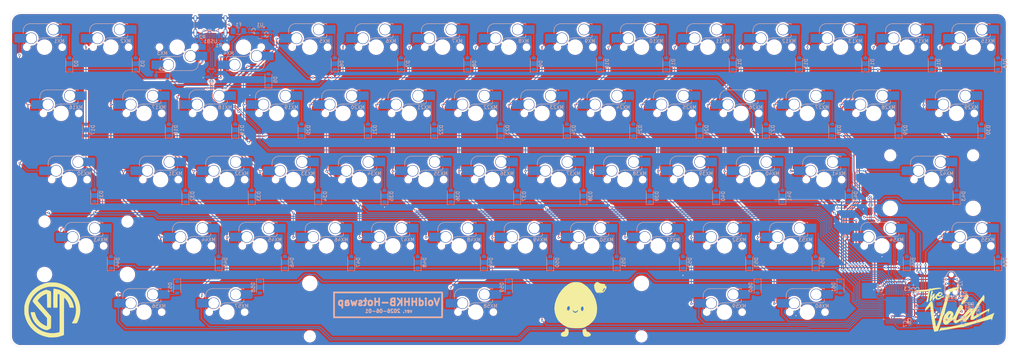
<source format=kicad_pcb>
(kicad_pcb (version 20240108) (generator "pcbnew") (generator_version "8.0")
  (layers (0 "F.Cu" signal) (31 "B.Cu" signal) (34 "B.Paste" user) (35 "F.Paste" user) (36 "B.SilkS" user "B.Silkscreen") (37 "F.SilkS" user "F.Silkscreen") (38 "B.Mask" user) (39 "F.Mask" user) (44 "Edge.Cuts" user))
  (net 0 "")
  (net 1 "+3V3")
  (net 2 "GND")
  (net 3 "+5V")
  (net 4 "BOOT0")
  (net 5 "Net-(QR1-G)")
  (net 6 "NRST")
  (net 7 "D-")
  (net 8 "D+")
  (net 9 "VBUS")
  (net 11 "SWDIO")
  (net 12 "SWCLK")
  (net 13 "/CC2")
  (net 14 "/CC1")
  (net 15 "PA9")
  (net 16 "PB8")
  (net 17 "PB4")
  (net 18 "PA7")
  (net 20 "PB7")
  (net 21 "PB12")
  (net 22 "PB0")
  (net 24 "PA5")
  (net 27 "PA6")
  (net 30 "PB10")
  (net 31 "PA8")
  (net 33 "PB15")
  (net 34 "PB13")
  (net 35 "PA2")
  (net 36 "PB9")
  (net 37 "PB3")
  (net 38 "PB2")
  (net 39 "PB1")
  (net 40 "PA3")
  (net 41 "PA4")
  (net 42 "PA1")
  (net 43 "PB11")
  (net 44 "PB14")
  (net 45 "PB6")
  (net 46 "PA10")
  (net 49 "Net-(D2-A)")
  (net 50 "Net-(D3-A)")
  (net 51 "Net-(D4-A)")
  (net 52 "Net-(D5-A)")
  (net 53 "Net-(D6-A)")
  (net 54 "Net-(D7-A)")
  (net 55 "Net-(D8-A)")
  (net 56 "Net-(D9-A)")
  (net 57 "Net-(D10-A)")
  (net 58 "Net-(D11-A)")
  (net 59 "Net-(D12-A)")
  (net 60 "Net-(D13-A)")
  (net 61 "Net-(D14-A)")
  (net 62 "Net-(D15-A)")
  (net 63 "Net-(D16-A)")
  (net 64 "Net-(D17-A)")
  (net 65 "Net-(D18-A)")
  (net 66 "Net-(D19-A)")
  (net 67 "Net-(D20-A)")
  (net 68 "Net-(D21-A)")
  (net 69 "Net-(D22-A)")
  (net 70 "Net-(D23-A)")
  (net 71 "Net-(D24-A)")
  (net 72 "Net-(D25-A)")
  (net 73 "Net-(D26-A)")
  (net 74 "Net-(D27-A)")
  (net 75 "Net-(D28-A)")
  (net 76 "Net-(D29-A)")
  (net 77 "Net-(D30-A)")
  (net 78 "Net-(D31-A)")
  (net 79 "Net-(D32-A)")
  (net 80 "Net-(D33-A)")
  (net 81 "Net-(D34-A)")
  (net 82 "Net-(D35-A)")
  (net 83 "Net-(D36-A)")
  (net 84 "Net-(D37-A)")
  (net 85 "Net-(D38-A)")
  (net 86 "Net-(D39-A)")
  (net 87 "Net-(D40-A)")
  (net 88 "Net-(D41-A)")
  (net 89 "Net-(D42-A)")
  (net 90 "Net-(D43-A)")
  (net 91 "Net-(D44-A)")
  (net 92 "Net-(D45-A)")
  (net 93 "Net-(D46-A)")
  (net 94 "Net-(D47-A)")
  (net 95 "Net-(D48-A)")
  (net 96 "Net-(D49-A)")
  (net 97 "Net-(D50-A)")
  (net 98 "Net-(D51-A)")
  (net 99 "Net-(D52-A)")
  (net 100 "Net-(D53-A)")
  (net 101 "Net-(D54-A)")
  (net 102 "Net-(D55-A)")
  (net 103 "Net-(D56-A)")
  (net 104 "Net-(D57-A)")
  (net 105 "Net-(D58-A)")
  (net 106 "Net-(D59-A)")
  (net 107 "Net-(D60-A)")
  (net 108 "Net-(D61-A)")
  (net 109 "PA15")
  (footprint "PCM_marbastlib-mx:STAB_MX_2.25u" (layer "F.Cu") (at 45.819235 90.944615)
    (property "Reference" "S2" (hide yes))
    (property "Value" "2.25 LShift")
  )
  (footprint "LOGO" (layer "F.Cu") (at 36.14 109.37)
    (property "Reference" "G***" (hide yes))
    (property "Value" "LOGO" (hide yes))
  )
  (footprint "PCM_marbastlib-mx:STAB_MX_2.25u" (layer "F.Cu") (at 288.706735 71.894615)
    (property "Reference" "S1" (hide yes))
    (property "Value" "2.25u ANSI Enter")
  )
  (footprint "LOGO" (layer "F.Cu") (at 295.56 109.33)
    (property "Reference" "G***" (hide yes))
    (property "Value" "LOGO" (hide yes))
  )
  (footprint "LOGO" (layer "F.Cu") (at 187.765211 109.213765)
    (property "Reference" "G***" (hide yes))
    (property "Value" "LOGO" (hide yes))
  )
  (footprint "PCM_marbastlib-mx:STAB_MX_6u_New" (layer "F.Cu") (at 157.737985 109.994615 180)
    (property "Reference" "S3" (hide yes))
    (property "Value" "6u Spacebar")
  )
  (footprint "Diode_SMD:D_SOD-123" (layer "B.Cu") (at 307.756735 38.557115 90)
    (property "Reference" "D16")
    (property "Value" "1N4148W")
  )
  (footprint "PCM_marbastlib-mx:SW_MX_HS_CPG151101S11_1u" (layer "B.Cu") (at 105.350485 71.894615 180)
    (property "Reference" "MX33")
    (property "Value" "MX_SW_HS")
  )
  (footprint "Diode_SMD:D_SOD-123" (layer "B.Cu") (at 67.569501 41.970483 180)
    (property "Reference" "D4")
    (property "Value" "1N4148W")
  )
  (footprint "PCM_marbastlib-various:CON_TC2030_outlined" (layer "B.Cu") (at 294.349033 101.800746 -90)
    (property "Reference" "J2")
    (property "Value" "TC2030_SWD" (hide yes))
  )
  (footprint "Diode_SMD:D_SOD-123" (layer "B.Cu") (at 93.444235 76.657115 90)
    (property "Reference" "D33")
    (property "Value" "1N4148W")
  )
  (footprint "Diode_SMD:D_SOD-123" (layer "B.Cu") (at 212.506735 38.557115 90)
    (property "Reference" "D11")
    (property "Value" "1N4148W")
  )
  (footprint "Diode_SMD:D_SOD-123" (layer "B.Cu") (at 295.850485 76.657115 90)
    (property "Reference" "D43")
    (property "Value" "1N4148W")
  )
  (footprint "PCM_marbastlib-mx:SW_MX_HS_CPG151101S11_1u" (layer "B.Cu") (at 300.612985 90.944615 180)
    (property "Reference" "MX55")
    (property "Value" "MX_SW_HS")
  )
  (footprint "Package_QFP:LQFP-48_7x7mm_P0.5mm" (layer "B.Cu") (at 278.426368 108.508784 90)
    (property "Reference" "U2")
    (property "Value" "STM32F072CBT6")
  )
  (footprint "Diode_SMD:D_SOD-123" (layer "B.Cu") (at 169.644235 76.657115 90)
    (property "Reference" "D37")
    (property "Value" "1N4148W")
  )
  (footprint "PCM_marbastlib-mx:SW_MX_HS_CPG151101S11_1.5u" (layer "B.Cu") (at 86.300485 109.994615 180)
    (property "Reference" "MX57")
    (property "Value" "MX_SW_HS")
  )
  (footprint "Capacitor_SMD:C_0402_1005Metric" (layer "B.Cu") (at 98.824116 30.179289 -90)
    (property "Reference" "C5")
    (property "Value" "1uF")
  )
  (footprint "Capacitor_SMD:C_0402_1005Metric" (layer "B.Cu") (at 92.870856 29.170974 90)
    (property "Reference" "C4")
    (property "Value" "1uF")
  )
  (footprint "PCM_marbastlib-mx:SW_MX_HS_CPG151101S11_1u" (layer "B.Cu") (at 257.750485 71.894615 180)
    (property "Reference" "MX41")
    (property "Value" "MX_SW_HS")
  )
  (footprint "Resistor_SMD:R_0402_1005Metric" (layer "B.Cu") (at 299.448978 108.944658 180)
    (property "Reference" "RR2")
    (property "Value" "10k")
  )
  (footprint "Resistor_SMD:R_0402_1005Metric" (layer "B.Cu") (at 83.975912 32.112278)
    (property "Reference" "R1")
    (property "Value" "5k1")
  )
  (footprint "Package_TO_SOT_SMD:SOT-143" (layer "B.Cu") (at 81.857325 41.67282)
    (property "Reference" "D1")
    (property "Value" "PRTR5V0U2X")
  )
  (footprint "Diode_SMD:D_SOD-123" (layer "B.Cu") (at 136.306735 38.557115 90)
    (property "Reference" "D7")
    (property "Value" "1N4148W")
  )
  (footprint "PCM_marbastlib-mx:SW_MX_HS_CPG151101S11_1u" (layer "B.Cu") (at 229.175485 90.944615 180)
    (property "Reference" "MX52")
    (property "Value" "MX_SW_HS")
  )
  (footprint "Diode_SMD:D_SOD-123" (layer "B.Cu") (at 122.019235 95.707115 90)
    (property "Reference" "D47")
    (property "Value" "1N4148W")
  )
  (footprint "PCM_marbastlib-mx:SW_MX_HS_CPG151101S11_1u" (layer "B.Cu") (at 233.937985 52.844615 180)
    (property "Reference" "MX26")
    (property "Value" "MX_SW_HS")
  )
  (footprint "PCM_marbastlib-mx:SW_MX_HS_CPG151101S11_1u" (layer "B.Cu") (at 152.975485 90.944615 180)
    (property "Reference" "MX48")
    (property "Value" "MX_SW_HS")
  )
  (footprint "PCM_marbastlib-mx:SW_MX_HS_CPG151101S11_1u" (layer "B.Cu") (at 148.212985 33.794615 180)
    (property "Reference" "MX7")
    (property "Value" "MX_SW_HS")
  )
  (footprint "PCM_marbastlib-mx:SW_MX_HS_CPG151101S11_1u" (layer "B.Cu") (at 110.112985 33.794615 180)
    (property "Reference" "MX5")
    (property "Value" "MX_SW_HS")
  )
  (footprint "Diode_SMD:D_SOD-123" (layer "B.Cu") (at 183.931735 57.607115 90)
    (property "Reference" "D24")
    (property "Value" "1N4148W")
  )
  (footprint "PCM_marbastlib-mx:SW_MX_HS_CPG151101S11_1u" (layer "B.Cu") (at 252.987985 52.844615 180)
    (property "Reference" "MX27")
    (property "Value" "MX_SW_HS")
  )
  (footprint "PCM_marbastlib-mx:SW_MX_HS_CPG151101S11_1u" (layer "B.Cu") (at 133.925485 90.944615 180)
    (property "Reference" "MX47")
    (property "Value" "MX_SW_HS")
  )
  (footprint "PCM_marbastlib-mx:SW_MX_HS_CPG151101S11_1u" (layer "B.Cu") (at 81.537985 52.844615 180)
    (property "Reference" "MX18")
    (property "Value" "MX_SW_HS")
  )
  (footprint "PCM_marbastlib-mx:SW_MX_HS_CPG151101S11_1u" (layer "B.Cu") (at 219.650485 71.894615 180)
    (property "Reference" "MX39")
    (property "Value" "MX_SW_HS")
  )
  (footprint "PCM_marbastlib-mx:SW_MX_HS_CPG151101S11_1u" (layer "B.Cu") (at 72.012985 33.794615)
    (property "Reference" "MX3")
    (property "Value" "MX_SW_HS")
  )
  (footprint "PCM_marbastlib-mx:SW_MX_HS_CPG151101S11_1.75u" (layer "B.Cu") (at 274.419235 90.944615 180)
    (property "Reference" "MX54")
    (property "Value" "MX_SW_HS")
  )
  (footprint "Diode_SMD:D_SOD-123" (layer "B.Cu") (at 269.656735 38.557115 90)
    (property "Reference" "D14")
    (property "Value" "1N4148W")
  )
  (footprint "PCM_marbastlib-mx:SW_MX_HS_CPG151101S11_1u" (layer "B.Cu") (at 62.487985 52.844615 180)
    (property "Reference" "MX17")
    (property "Value" "MX_SW_HS")
  )
  (footprint "Diode_SMD:D_SOD-123" (layer "B.Cu") (at 264.894235 76.657115 90)
    (property "Reference" "D42")
    (property "Value" "1N4148W")
  )
  (footprint "PCM_marbastlib-mx:SW_MX_HS_CPG151101S11_1u" (layer "B.Cu") (at 191.075485 90.944615 180)
    (property "Reference" "MX50")
    (property "Value" "MX_SW_HS")
  )
  (footprint "PCM_marbastlib-mx:SW_MX_HS_CPG151101S11_1u" (layer "B.Cu") (at 76.775485 90.944615 180)
    (property "Reference" "MX44")
    (property "Value" "MX_SW_HS")
  )
  (footprint "Diode_SMD:D_SOD-123" (layer "B.Cu") (at 72.012985 102.850865 -90)
    (property "Reference" "D57")
    (property "Value" "1N4148W")
  )
  (footprint "Diode_SMD:D_SOD-123" (layer "B.Cu") (at 52.962985 95.707115 90)
    (property "Reference" "D44")
    (property "Value" "1N4148W")
  )
  (footprint "PCM_marbastlib-mx:SW_MX_HS_CPG151101S11_1u" (layer "B.Cu") (at 300.612985 33.794615 180)
    (property "Reference" "MX15")
    (property "Value" "MX_SW_HS")
  )
  (footprint "PCM_marbastlib-mx:SW_MX_HS_CPG151101S11_1u" (layer "B.Cu") (at 45.819235 90.944615 180)
    (property "Reference" "MX43")
    (property "Value" "MX_SW_HS")
  )
  (footprint "Capacitor_SMD:C_0402_1005Metric" (layer "B.Cu") (at 283.481857 112.605033 -90)
    (property "Reference" "C6")
    (property "Value" "1uF")
  )
  (footprint "Resistor_SMD:R_0402_1005Metric" (layer "B.Cu") (at 297.365337 105.372702 90)
    (property "Reference" "RR1")
    (property "Value" "33k")
  )
  (footprint "PCM_marbastlib-mx:SW_MX_HS_CPG151101S11_1u" (layer "B.Cu") (at 86.300485 71.894615 180)
    (property "Reference" "MX32")
    (property "Value" "MX_SW_HS")
  )
  (footprint "PCM_marbastlib-mx:SW_MX_HS_CPG151101S11_1u" (layer "B.Cu") (at 33.912985 33.794615 180)
    (property "Reference" "MX1")
    (property "Value" "MX_SW_HS")
  )
  (footprint "Diode_SMD:D_SOD-123" (layer "B.Cu") (at 245.844235 76.657115 90)
    (property "Reference" "D41")
    (property "Value" "1N4148W")
  )
  (footprint "Button_Switch_SMD:SW_SPST_TL3342" (layer "B.Cu") (at 294.091044 109.539984 180)
    (property "Reference" "SWR1")
    (property "Value" "TS-1187A-B-A-B")
  )
  (footprint "PCM_marbastlib-mx:SW_MX_HS_CPG151101S11_1u" (layer "B.Cu") (at 138.687985 52.844615 180)
    (property "Reference" "MX21")
    (property "Value" "MX_SW_HS")
  )
  (footprint "PCM_marbastlib-mx:SW_MX_HS_CPG151101S11_1u" (layer "B.Cu") (at 214.887985 52.844615 180)
    (property "Reference" "MX25")
    (property "Value" "MX_SW_HS")
  )
  (footprint "PCM_marbastlib-mx:SW_MX_HS_CPG151101S11_1u" (layer "B.Cu") (at 91.062985 33.794615)
    (property "Reference" "MX4")
    (property "Value" "MX_SW_HS")
  )
  (footprint "Diode_SMD:D_SOD-123" (layer "B.Cu") (at 188.694235 76.657115 90)
    (property "Reference" "D38")
    (property "Value" "1N4148W")
  )
  (footprint "PCM_marbastlib-mx:SW_MX_HS_CPG151101S11_1.5u" (layer "B.Cu") (at 229.175485 109.994615 180)
    (property "Reference" "MX59")
    (property "Value" "MX_SW_HS")
  )
  (footprint "Diode_SMD:D_SOD-123" (layer "B.Cu") (at 288.706735 38.557115 90)
    (property "Reference" "D15")
    (property "Value" "1N4148W")
  )
  (footprint "PCM_marbastlib-mx:SW_MX_HS_CPG151101S11_1u" (layer "B.Cu") (at 95.825485 90.944615 180)
    (property "Reference" "MX45")
    (property "Value" "MX_SW_HS")
  )
  (footprint "PCM_marbastlib-mx:SW_MX_HS_CPG151101S11_1u" (layer "B.Cu") (at 114.875485 90.944615 180)
    (property "Reference" "MX46")
    (property "Value" "MX_SW_HS")
  )
  (footprint "PCM_marbastlib-mx:SW_MX_HS_CPG151101S11_1u" (layer "B.Cu") (at 243.462985 33.794615 180)
    (property "Reference" "MX12")
    (property "Value" "MX_SW_HS")
  )
  (footprint "PCM_marbastlib-various:USB_C_Receptacle_HRO_TYPE-C-31-M-12" (layer "B.Cu") (at 81.559662 26.492007)
    (property "Reference" "USB1")
    (property "Value" "USB_C_Receptacle_USB2.0_16P")
  )
  (footprint "Capacitor_SMD:C_0402_1005Metric" (layer "B.Cu") (at 282.291205 113.382696 -90)
    (property "Reference" "C7")
    (property "Value" "100nF")
  )
  (footprint "Diode_SMD:D_SOD-123" (layer "B.Cu") (at 202.981735 57.607115 90)
    (property "Reference" "D25")
    (property "Value" "1N4148W")
  )
  (footprint "Diode_SMD:D_SOD-123" (layer "B.Cu") (at 102.969235 95.707115 90)
    (property "Reference" "D46")
    (property "Value" "1N4148W")
  )
  (footprint "PCM_marbastlib-mx:SW_MX_HS_CPG151101S11_1u" (layer "B.Cu") (at 205.362985 33.794615 180)
    (property "Reference" "MX10")
    (property "Value" "MX_SW_HS")
  )
  (footprint "Diode_SMD:D_SOD-123" (layer "B.Cu") (at 155.356735 38.557115 90)
    (property "Reference" "D8")
    (property "Value" "1N4148W")
  )
  (footprint "PCM_marbastlib-mx:SW_MX_HS_CPG151101S11_1u" (layer "B.Cu") (at 181.550485 71.894615 180)
    (property "Reference" "MX37")
    (property "Value" "MX_SW_HS")
  )
  (footprint "Resistor_SMD:R_0402_1005Metric" (layer "B.Cu") (at 300.937293 109.454658 90)
    (property "Reference" "RR3")
    (property "Value" "100k")
  )
  (footprint "Diode_SMD:D_SOD-123" (layer "B.Cu") (at 238.700485 102.850865 -90)
    (property "Reference" "D60")
    (property "Value" "1N4148W")
  )
  (footprint "Diode_SMD:D_SOD-123" (layer "B.Cu") (at 179.169235 95.707115 90)
    (property "Reference" "D50")
    (property "Value" "1N4148W")
  )
  (footprint "Diode_SMD:D_SOD-123" (layer "B.Cu") (at 302.994235 57.607115 90)
    (property "Reference" "D30")
    (property "Value" "1N4148W")
  )
  (footprint "Diode_SMD:D_SOD-123" (layer "B.Cu") (at 222.031735 57.607115 90)
    (property "Reference" "D26")
    (property "Value" "1N4148W")
  )
  (footprint "PCM_marbastlib-mx:SW_MX_HS_CPG151101S11_1u" (layer "B.Cu") (at 281.562985 33.794615 180)
    (property "Reference" "MX14")
    (property "Value" "MX_SW_HS")
  )
  (footprint "PCM_marbastlib-mx:SW_MX_HS_CPG151101S11_1u" (layer "B.Cu") (at 143.450485 71.894615 180)
    (property "Reference" "MX35")
    (property "Value" "MX_SW_HS")
  )
  (footprint "Diode_SMD:D_SOD-123" (layer "B.Cu") (at 48.221406 76.499391 90)
    (property "Reference" "D31")
    (property "Value" "1N4148W")
  )
  (footprint "PCM_marbastlib-mx:SW_MX_HS_CPG151101S11_1u" (layer "B.Cu") (at 238.700485 71.894615 180)
    (property "Reference" "MX40")
    (property "Value" "MX_SW_HS")
  )
  (footprint "Diode_SMD:D_SOD-123" (layer "B.Cu") (at 98.22879 43.161135 90)
    (property "Reference" "D5")
    (property "Value" "1N4148W")
  )
  (footprint "Diode_SMD:D_SOD-123" (layer "B.Cu") (at 167.262985 102.850865 -90)
    (property "Reference" "D59")
    (property "Value" "1N4148W")
  )
  (footprint "Capacitor_SMD:C_0402_1005Metric" (layer "B.Cu") (at 273.841315 104.865795 180)
    (property "Reference" "C8")
    (property "Value" "4.7uF")
  )
  (footprint "PCM_marbastlib-mx:SW_MX_HS_CPG151101S11_1u" (layer "B.Cu") (at 288.706735 71.894615 180)
    (property "Reference" "MX42")
    (property "Value" "MX_SW_HS")
  )
  (footprint "PCM_marbastlib-mx:SW_MX_HS_CPG151101S11_1.75u" (layer "B.Cu") (at 41.056735 71.894615 180)
    (property "Reference" "MX30")
    (property "Value" "MX_SW_HS")
  )
  (footprint "Capacitor_SMD:C_0402_1005Metric" (layer "B.Cu") (at 282.291205 103.675143 90)
    (property "Reference" "C1")
    (property "Value" "4.7uF")
  )
  (footprint "PCM_marbastlib-mx:SW_MX_HS_CPG151101S11_1u" (layer "B.Cu") (at 162.500485 71.894615 180)
    (property "Reference" "MX36")
    (property "Value" "MX_SW_HS")
  )
  (footprint "PCM_marbastlib-mx:SW_MX_HS_CPG151101S11_1u" (layer "B.Cu") (at 100.587985 52.844615 180)
    (property "Reference" "MX19")
    (property "Value" "MX_SW_HS")
  )
  (footprint "Diode_SMD:D_SOD-123" (layer "B.Cu") (at 145.831735 57.607115 90)
    (property "Reference" "D22")
    (property "Value" "1N4148W")
  )
  (footprint "Fuse:Fuse_1206_3216Metric_Pad1.42x1.75mm_HandSolder" (layer "B.Cu") (at 89.596563 29.170974 180)
    (property "Reference" "F1")
    (property "Value" "500mA")
  )
  (footprint "Diode_SMD:D_SOD-123" (layer "B.Cu") (at 198.219235 95.707115 90)
    (property "Reference" "D51")
    (property "Value" "1N4148W")
  )
  (footprint "Capacitor_SMD:C_0402_1005Metric" (layer "B.Cu") (at 298.555989 105.372702 -90)
    (property "Reference" "CR2")
    (property "Value" "1uF")
  )
  (footprint "Diode_SMD:D_SOD-123" (layer "B.Cu") (at 74.394235 76.657115 90)
    (property "Reference" "D32")
    (property "Value" "1N4148W")
  )
  (footprint "PCM_marbastlib-mx:SW_MX_HS_CPG151101S11_1u" (layer "B.Cu") (at 200.600485 71.894615 180)
    (property "Reference" "MX38")
    (property "Value" "MX_SW_HS")
  )
  (footprint "Capacitor_SMD:C_0402_1005Metric" (layer "B.Cu") (at 273.841315 103.675143 180)
    (property "Reference" "C9")
    (property "Value" "100nF")
  )
  (footprint "Diode_SMD:D_SOD-123" (layer "B.Cu") (at 83.919235 95.707115 90)
    (property "Reference" "D45")
    (property "Value" "1N4148W")
  )
  (footprint "PCM_marbastlib-mx:SW_MX_HS_CPG151101S11_1u" (layer "B.Cu") (at 252.987985 109.994615 180)
    (property "Reference" "MX60")
    (property "Value" "MX_SW_HS")
  )
  (footprint "PCM_marbastlib-mx:SW_MX_HS_CPG151101S11_1u" (layer "B.Cu") (at 157.737985 52.844615 180)
    (property "Reference" "MX22")
    (property "Value" "MX_SW_HS")
  )
  (footprint "Diode_SMD:D_SOD-123" (layer "B.Cu") (at 131.544235 76.657115 90)
    (property "Reference" "D35")
    (property "Value" "1N4148W")
  )
  (footprint "PCM_marbastlib-mx:SW_MX_HS_CPG151101S11_1.5u" (layer "B.Cu") (at 38.675485 52.844615 180)
    (property "Reference" "MX16")
    (property "Value" "MX_SW_HS")
  )
  (footprint "Diode_SMD:D_SOD-123" (layer "B.Cu") (at 217.269235 95.707115 90)
    (property "Reference" "D52")
    (property "Value" "1N4148W")
  )
  (footprint "PCM_marbastlib-mx:SW_MX_HS_CPG151101S11_1u" (layer "B.Cu") (at 176.787985 52.844615 180)
    (property "Reference" "MX23")
    (property "Value" "MX_SW_HS")
  )
  (footprint "PCM_marbastlib-mx:SW_MX_HS_CPG151101S11_1.5u" (layer "B.Cu") (at 295.850485 52.844615 180)
    (property "Reference" "MX29")
    (property "Value" "MX_SW_HS")
  )
  (footprint "Diode_SMD:D_SOD-123" (layer "B.Cu") (at 160.119235 95.707115 90)
    (property "Reference" "D49")
    (property "Value" "1N4148W")
  )
  (footprint "Diode_SMD:D_SOD-123" (layer "B.Cu") (at 45.819235 57.607115 90)
    (property "Reference" "D17")
    (property "Value" "1N4148W")
  )
  (footprint "Diode_SMD:D_SOD-123" (layer "B.Cu") (at 307.756735 95.707115 90)
    (property "Reference" "D56")
    (property "Value" "1N4148W")
  )
  (footprint "Diode_SMD:D_SOD-123" (layer "B.Cu") (at 193.456735 38.557115 90)
    (property "Reference" "D10")
    (property "Value" "1N4148W")
  )
  (footprint "Capacitor_SMD:C_0402_1005Metric" (layer "B.Cu") (at 283.481857 103.675143 90)
    (property "Reference" "C2")
    (property "Value" "100nF")
  )
  (footprint "PCM_marbastlib-mx:SW_MX_HS_CPG151101S11_1u" (layer "B.Cu") (at 67.250485 71.894615 180)
    (property "Reference" "MX31")
    (property "Value" "MX_SW_HS")
  )
  (footprint "Diode_SMD:D_SOD-123" (layer "B.Cu") (at 250.606735 38.557115 90)
    (property "Reference" "D13")
    (property "Value" "1N4148W")
  )
  (footprint "Diode_SMD:D_SOD-123" (layer "B.Cu") (at 207.744235 76.657115 90)
    (property "Reference" "D39")
    (property "Value" "1N4148W")
  )
  (footprint "Capacitor_SMD:C_0402_1005Metric" (layer "B.Cu") (at 281.695879 102.186828)
    (property "Reference" "C3")
    (property "Value" "100nF")
  )
  (footprint "PCM_marbastlib-mx:SW_MX_HS_CPG151101S11_1u" (layer "B.Cu") (at 119.637985 52.844615 180)
    (property "Reference" "MX20")
    (property "Value" "MX_SW_HS")
  )
  (footprint "PCM_marbastlib-mx:SW_MX_HS_CPG151101S11_1u" (layer "B.Cu") (at 167.262985 33.794615 180)
    (property "Reference" "MX8")
    (property "Value" "MX_SW_HS")
  )
  (footprint "Diode_SMD:D_SOD-123" (layer "B.Cu") (at 150.594235 76.657115 90)
    (property "Reference" "D36")
    (property "Value" "1N4148W")
  )
  (footprint "Diode_SMD:D_SOD-123" (layer "B.Cu") (at 231.556735 38.557115 90)
    (property "Reference" "D12")
    (property "Value" "1N4148W")
  )
  (footprint "Diode_SMD:D_SOD-123" (layer "B.Cu") (at 107.731735 57.607115 90)
    (property "Reference" "D20")
    (property "Value" "1N4148W")
  )
  (footprint "Capacitor_SMD:C_0402_1005Metric" (layer "B.Cu") (at 299.448978 110.13531 180)
    (property "Reference" "CR1")
    (property "Value" "10uF")
  )
  (footprint "Diode_SMD:D_SOD-123" (layer "B.Cu") (at 69.631735 57.607115 90)
    (property "Reference" "D18")
    (property "Value" "1N4148W")
  )
  (footprint "PCM_marbastlib-mx:SW_MX_HS_CPG151101S11_1u" (layer "B.Cu") (at 248.225485 90.944615 180)
    (property "Reference" "MX53")
    (property "Value" "MX_SW_HS")
  )
  (footprint "PCM_marbastlib-mx:SW_MX_HS_CPG151101S11_1u" (layer "B.Cu") (at 52.962985 33.794615 180)
    (property "Reference" "MX2")
    (property "Value" "MX_SW_HS")
  )
  (footprint "Diode_SMD:D_SOD-123" (layer "B.Cu") (at 226.794235 76.657115 90)
    (property "Reference" "D40")
    (property "Value" "1N4148W")
  )
  (footprint "Diode_SMD:D_SOD-123" (layer "B.Cu") (at 88.681735 57.607115 90)
    (property "Reference" "D19")
    (property "Value" "1N4148W")
  )
  (footprint "Package_TO_SOT_SMD:SOT-23" (layer "B.Cu") (at 95.802975 29.7663 180)
    (property "Reference" "U1")
    (property "Value" "XC6206P332MR")
  )
  (footprint "PCM_marbastlib-mx:SW_MX_HS_CPG151101S11_1u" (layer "B.Cu") (at 186.312985 33.794615 180)
    (property "Reference" "MX9")
    (property "Value" "MX_SW_HS")
  )
  (footprint "Diode_SMD:D_SOD-123" (layer "B.Cu") (at 260.131735 57.607115 90)
    (property "Reference" "D28")
    (property "Value" "1N4148W")
  )
  (footprint "PCM_marbastlib-mx:SW_MX_HS_CPG151101S11_1u" (layer "B.Cu") (at 224.412985 33.794615 180)
    (property "Reference" "MX11")
    (property "Value" "MX_SW_HS")
  )
  (footprint "Diode_SMD:D_SOD-123" (layer "B.Cu") (at 241.081735 57.607115 90)
    (property "Reference" "D27")
    (property "Value" "1N4148W")
  )
  (footprint "Diode_SMD:D_SOD-123" (layer "B.Cu") (at 164.881735 57.607115 90)
    (property "Reference" "D23")
    (property "Value" "1N4148W")
  )
  (footprint "PCM_marbastlib-mx:SW_MX_HS_CPG151101S11_1u" (layer "B.Cu") (at 124.400485 71.894615 180)
    (property "Reference" "MX34")
    (property "Value" "MX_SW_HS")
  )
  (footprint "Diode_SMD:D_SOD-123" (layer "B.Cu") (at 141.069235 95.707115 90)
    (property "Reference" "D48")
    (property "Value" "1N4148W")
  )
  (footprint "Diode_SMD:D_SOD-123" (layer "B.Cu") (at 112.494235 76.657115 90)
    (property "Reference" "D34")
    (property "Value" "1N4148W")
  )
  (footprint "PCM_marbastlib-mx:SW_MX_HS_CPG151101S11_1u" (layer "B.Cu") (at 262.512985 33.794615 180)
    (property "Reference" "MX13")
    (property "Value" "MX_SW_HS")
  )
  (footprint "PCM_marbastlib-mx:SW_MX_HS_CPG151101S11_1u" (layer "B.Cu") (at 172.025485 90.944615 180)
    (property "Reference" "MX49")
    (property "Value" "MX_SW_HS")
  )
  (footprint "PCM_marbastlib-mx:SW_MX_HS_CPG151101S11_1u" (layer "B.Cu") (at 272.037985 52.844615 180)
    (property "Reference" "MX28")
    (property "Value" "MX_SW_HS")
  )
  (footprint "Diode_SMD:D_SOD-123" (layer "B.Cu") (at 281.562985 95.707115 90)
    (property "Reference" "D55")
    (property "Value" "1N4148W")
  )
  (footprint "PCM_marbastlib-mx:SW_MX_HS_CPG151101S11_1u" (layer "B.Cu") (at 62.487985 109.994615 180)
    (property "Reference" "MX56")
    (property "Value" "MX_SW_HS")
  )
  (footprint "PCM_marbastlib-mx:SW_MX_HS_CPG151101S11_1u" (layer "B.Cu") (at 157.737985 109.994615 180)
    (property "Reference" "MX58")
    (property "Value" "MX_SW_HS")
  )
  (footprint "PCM_marbastlib-mx:SW_MX_HS_CPG151101S11_1u" (layer "B.Cu") (at 129.162985 33.794615 180)
    (property "Reference" "MX6")
    (property "Value" "MX_SW_HS")
  )
  (footprint "Diode_SMD:D_SOD-123" (layer "B.Cu") (at 126.781735 57.607115 90)
    (property "Reference" "D21")
    (property "Value" "1N4148W")
  )
  (footprint "Diode_SMD:D_SOD-123" (layer "B.Cu") (at 255.369235 95.707115 90)
    (property "Reference" "D54")
    (property "Value" "1N4148W")
  )
  (footprint "PCM_marbastlib-mx:SW_MX_HS_CPG151101S11_1u" (layer "B.Cu") (at 195.837985 52.844615 180)
    (property "Reference" "MX24")
    (property "Value" "MX_SW_HS")
  )
  (footprint "Diode_SMD:D_SOD-123" (layer "B.Cu") (at 95.825485 102.850865 -90)
    (property "Reference" "D58")
    (property "Value" "1N4148W")
  )
  (footprint "Diode_SMD:D_SOD-123" (layer "B.Cu") (at 60.106735 38.557115 90)
    (property "Reference" "D3")
    (property "Value" "1N4148W")
  )
  (footprint "Diode_SMD:D_SOD-123" (layer "B.Cu") (at 174.406735 38.557115 90)
    (property "Reference" "D9")
    (property "Value" "1N4148W")
  )
  (footprint "Package_TO_SOT_SMD:SOT-23" (layer "B.Cu") (at 300.044304 112.516614 -90)
    (property "Reference" "QR1")
    (property "Value" "2N7002")
  )
  (footprint "PCM_marbastlib-mx:SW_MX_HS_CPG151101S11_1u" (layer "B.Cu") (at 210.125485 90.944615 180)
    (property "Reference" "MX51")
    (property "Value" "MX_SW_HS")
  )
  (footprint "Diode_SMD:D_SOD-123" (layer "B.Cu") (at 262.512985 102.850865 -90)
    (property "Reference" "D61")
    (property "Value" "1N4148W")
  )
  (footprint "Resistor_SMD:R_0402_1005Metric" (layer "B.Cu") (at 79.235912 32.112278 180)
    (property "Reference" "R2")
    (property "Value" "5k1")
  )
  (footprint "Diode_SMD:D_SOD-123" (layer "B.Cu") (at 279.181735 57.607115 90)
    (property "Reference" "D29")
    (property "Value" "1N4148W")
  )
  (footprint "Diode_SMD:D_SOD-123" (layer "B.Cu") (at 236.319235 95.707115 90)
    (property "Reference" "D53")
    (property "Value" "1N4148W")
  )
  (footprint "Diode_SMD:D_SOD-123" (layer "B.Cu") (at 117.256735 38.557115 90)
    (property "Reference" "D6")
    (property "Value" "1N4148W")
  )
  (footprint "Diode_SMD:D_SOD-123" (layer "B.Cu") (at 41.056735 38.557115 90)
    (property "Reference" "D2")
    (property "Value" "1N4148W")
  )
  (gr_rect (start 117.0629 104.34455) (end 148.10435 111.4883) (stroke (width 0.5)) (fill none) (layer "B.SilkS"))
  (gr_line (start 310.462509 26.78967) (end 310.462509 116.08857) (stroke (width 0.05)) (layer "Edge.Cuts"))
  (gr_line (start 306.59289 119.958189) (end 307.464725 119.937035) (stroke (width 0.05)) (layer "Edge.Cuts"))
  (gr_arc (start 24.110703 26.78967) (mid 24.982538 24.684875) (end 27.087333 23.81304) (stroke (width 0.05)) (layer "Edge.Cuts"))
  (gr_arc (start 307.485879 23.81304) (mid 309.590674 24.684875) (end 310.462509 26.78967) (stroke (width 0.05)) (layer "Edge.Cuts"))
  (gr_line (start 24.110703 116.08857) (end 24.110703 116.981559) (stroke (width 0.05)) (layer "Edge.Cuts"))
  (gr_line (start 24.110703 26.78967) (end 24.110703 116.08857) (stroke (width 0.05)) (layer "Edge.Cuts"))
  (gr_line (start 27.087333 119.958189) (end 306.59289 119.958189) (stroke (width 0.05)) (layer "Edge.Cuts"))
  (gr_arc (start 310.441355 116.960405) (mid 309.56952 119.0652) (end 307.464725 119.937035) (stroke (width 0.05)) (layer "Edge.Cuts"))
  (gr_line (start 27.087333 23.81304) (end 307.485879 23.81304) (stroke (width 0.05)) (layer "Edge.Cuts"))
  (gr_arc (start 27.087333 119.958189) (mid 24.982538 119.086354) (end 24.110703 116.981559) (stroke (width 0.05)) (layer "Edge.Cuts"))
  (gr_line (start 310.462509 116.08857) (end 310.441355 116.960405) (stroke (width 0.05)) (layer "Edge.Cuts"))
  (gr_text "VoidHHKB-Hotswap" (at 132.7742 108.3133 0) (layer "B.SilkS") (effects (font (size 2 2) (thickness 0.5) (bold yes)) (justify bottom mirror)))
  (gr_text "ver. ${CURRENT_DATE}" (at 132.7742 109.10705 0) (layer "B.SilkS") (effects (font (size 1 1) (thickness 0.25) (bold yes)) (justify top mirror)))
  (segment (start 274.254304 102.782154) (end 272.450064 102.782154) (width 0.3) (layer "F.Cu") (net 1))
  (segment (start 290.816751 109.837647) (end 297.365337 109.837647) (width 0.3) (layer "F.Cu") (net 1))
  (segment (start 256.287843 77.094717) (end 260.752788 81.559662) (width 0.3) (layer "F.Cu") (net 1))
  (segment (start 237.237411 57.746622) (end 238.428063 58.937274) (width 0.3) (layer "F.Cu") (net 1))
  (segment (start 272.361645 95.25216) (end 271.766319 95.25216) (width 0.3) (layer "F.Cu") (net 1))
  (segment (start 111.028299 42.565809) (end 116.386233 42.565809) (width 0.3) (layer "F.Cu") (net 1))
  (segment (start 272.361645 102.693735) (end 272.361645 95.25216) (width 0.3) (layer "F.Cu") (net 1))
  (segment (start 277.230934 111.116718) (end 280.505227 111.116718) (width 0.3) (layer "F.Cu") (net 1))
  (segment (start 283.77952 111.414381) (end 289.240017 111.414381) (width 0.3) (layer "F.Cu") (net 1))
  (segment (start 283.77952 105.163458) (end 283.481857 104.865795) (width 0.3) (layer "F.Cu") (net 1))
  (segment (start 242.505485 75.814205) (end 243.785997 77.094717) (width 0.3) (layer "F.Cu") (net 1))
  (segment (start 267.003711 90.489552) (end 267.003711 83.643303) (width 0.3) (layer "F.Cu") (net 1))
  (segment (start 271.766319 95.25216) (end 267.003711 90.489552) (width 0.3) (layer "F.Cu") (net 1))
  (segment (start 238.428063 58.937274) (end 238.428063 68.164827) (width 0.3) (layer "F.Cu") (net 1))
  (segment (start 275.742619 101.293839) (end 274.254304 102.782154) (width 0.3) (layer "F.Cu") (net 1))
  (segment (start 289.240017 111.414381) (end 290.816751 109.837647) (width 0.3) (layer "F.Cu") (net 1))
  (segment (start 242.505485 72.242249) (end 242.505485 75.814205) (width 0.3) (layer "F.Cu") (net 1))
  (segment (start 272.450064 102.782154) (end 272.361645 102.693735) (width 0.3) (layer "F.Cu") (net 1))
  (segment (start 283.77952 111.414381) (end 283.77952 105.163458) (width 0.3) (layer "F.Cu") (net 1))
  (segment (start 238.428063 68.164827) (end 242.505485 72.242249) (width 0.3) (layer "F.Cu") (net 1))
  (segment (start 295.877022 100.610094) (end 296.617076 101.350148) (width 0.3) (layer "F.Cu") (net 1))
  (segment (start 281.100553 101.293839) (end 275.742619 101.293839) (width 0.3) (layer "F.Cu") (net 1))
  (segment (start 296.617076 101.350148) (end 296.617076 105.882702) (width 0.3) (layer "F.Cu") (net 1))
  (segment (start 243.785997 77.094717) (end 256.287843 77.094717) (width 0.3) (layer "F.Cu") (net 1))
  (via (at 283.77952 111.414381) (size 0.6) (drill 0.3) (layers "F.Cu" "B.Cu") (net 1))
  (via (at 116.386233 42.565809) (size 0.6) (drill 0.3) (layers "F.Cu" "B.Cu") (net 1))
  (via (at 267.003711 83.643303) (size 0.6) (drill 0.3) (layers "F.Cu" "B.Cu") (net 1))
  (via (at 280.505227 111.116718) (size 0.6) (drill 0.3) (layers "F.Cu" "B.Cu") (net 1))
  (via (at 260.752788 81.559662) (size 0.6) (drill 0.3) (layers "F.Cu" "B.Cu") (net 1))
  (via (at 297.365337 109.837647) (size 0.6) (drill 0.3) (layers "F.Cu" "B.Cu") (net 1))
  (via (at 277.230934 111.116718) (size 0.6) (drill 0.3) (layers "F.Cu" "B.Cu") (net 1))
  (via (at 111.028299 42.565809) (size 0.6) (drill 0.3) (layers "F.Cu" "B.Cu") (net 1))
  (via (at 295.877022 100.610094) (size 0.6) (drill 0.3) (layers "F.Cu" "B.Cu") (net 1))
  (via (at 283.481857 104.865795) (size 0.6) (drill 0.3) (layers "F.Cu" "B.Cu") (net 1))
  (via (at 274.254304 102.782154) (size 0.6) (drill 0.3) (layers "F.Cu" "B.Cu") (net 1))
  (via (at 237.237411 57.746622) (size 0.6) (drill 0.3) (layers "F.Cu" "B.Cu") (net 1))
  (via (at 281.100553 101.293839) (size 0.6) (drill 0.3) (layers "F.Cu" "B.Cu") (net 1))
  (via (at 296.617076 105.882702) (size 0.6) (drill 0.3) (layers "F.Cu" "B.Cu") (net 1))
  (segment (start 274.254304 102.782154) (end 274.254304 103.608132) (width 0.3) (layer "B.Cu") (net 1))
  (segment (start 98.767105 30.7163) (end 98.824116 30.659289) (width 0.3) (layer "B.Cu") (net 1))
  (segment (start 274.254304 103.608132) (end 274.321315 103.675143) (width 0.3) (layer "B.Cu") (net 1))
  (segment (start 296.617076 105.882702) (end 297.365337 105.882702) (width 0.3) (layer "B.Cu") (net 1))
  (segment (start 98.824116 30.659289) (end 98.824116 31.849941) (width 0.3) (layer "B.Cu") (net 1))
  (segment (start 297.365337 109.837647) (end 297.365337 107.764277) (width 0.3) (layer "B.Cu") (net 1))
  (segment (start 116.386233 42.565809) (end 227.116869 42.565809) (width 0.3) (layer "B.Cu") (net 1))
  (segment (start 280.647293 111.258784) (end 282.588868 111.258784) (width 0.3) (layer "B.Cu") (net 1))
  (segment (start 282.588868 111.258784) (end 283.623923 111.258784) (width 0.3) (layer "B.Cu") (net 1))
  (segment (start 109.539984 42.565809) (end 111.028299 42.565809) (width 0.3) (layer "B.Cu") (net 1))
  (segment (start 295.797674 100.530746) (end 295.877022 100.610094) (width 0.3) (layer "B.Cu") (net 1))
  (segment (start 274.321315 104.865795) (end 274.321315 103.675143) (width 0.3) (layer "B.Cu") (net 1))
  (segment (start 282.291205 104.155143) (end 283.481857 104.155143) (width 0.3) (layer "B.Cu") (net 1))
  (segment (start 282.588868 111.258784) (end 282.615608 111.258784) (width 0.3) (layer "B.Cu") (net 1))
  (segment (start 281.176368 104.346284) (end 282.100064 104.346284) (width 0.3) (layer "B.Cu") (net 1))
  (segment (start 283.068868 112.125033) (end 283.481857 112.125033) (width 0.3) (layer "B.Cu") (net 1))
  (segment (start 274.263868 105.758784) (end 274.263868 104.923242) (width 0.3) (layer "B.Cu") (net 1))
  (segment (start 297.365337 107.764277) (end 297.241044 107.639984) (width 0.3) (layer "B.Cu") (net 1))
  (segment (start 237.237411 52.686351) (end 237.237411 57.746622) (width 0.3) (layer "B.Cu") (net 1))
  (segment (start 281.176368 104.346284) (end 281.176368 102.226339) (width 0.3) (layer "B.Cu") (net 1))
  (segment (start 277.176368 112.671284) (end 277.176368 111.171284) (width 0.3) (layer "B.Cu") (net 1))
  (segment (start 267.003711 83.643303) (end 262.836429 83.643303) (width 0.3) (layer "B.Cu") (net 1))
  (segment (start 281.215879 101.409165) (end 281.100553 101.293839) (width 0.3) (layer "B.Cu") (net 1))
  (segment (start 96.740475 30.7163) (end 98.767105 30.7163) (width 0.3) (layer "B.Cu") (net 1))
  (segment (start 296.050419 106.449359) (end 296.617076 105.882702) (width 0.3) (layer "B.Cu") (net 1))
  (segment (start 274.263868 104.923242) (end 274.321315 104.865795) (width 0.3) (layer "B.Cu") (net 1))
  (segment (start 282.291205 112.902696) (end 283.068868 112.125033) (width 0.3) (layer "B.Cu") (net 1))
  (segment (start 233.367792 48.816732) (end 237.237411 52.686351) (width 0.3) (layer "B.Cu") (net 1))
  (segment (start 290.941044 107.639984) (end 292.131669 106.449359) (width 0.3) (layer "B.Cu") (net 1))
  (segment (start 296.050419 106.449359) (end 297.241044 107.639984) (width 0.3) (layer "B.Cu") (net 1))
  (segment (start 294.984033 100.530746) (end 295.797674 100.530746) (width 0.3) (layer "B.Cu") (net 1))
  (segment (start 98.824116 31.849941) (end 109.539984 42.565809) (width 0.3) (layer "B.Cu") (net 1))
  (segment (start 280.505227 111.116718) (end 280.647293 111.258784) (width 0.3) (layer "B.Cu") (net 1))
  (segment (start 227.116869 42.565809) (end 233.367792 48.816732) (width 0.3) (layer "B.Cu") (net 1))
  (segment (start 262.836429 83.643303) (end 260.752788 81.559662) (width 0.3) (layer "B.Cu") (net 1))
  (segment (start 277.176368 111.171284) (end 277.230934 111.116718) (width 0.3) (layer "B.Cu") (net 1))
  (segment (start 282.615608 111.258784) (end 283.481857 112.125033) (width 0.3) (layer "B.Cu") (net 1))
  (segment (start 292.131669 106.449359) (end 296.050419 106.449359) (width 0.3) (layer "B.Cu") (net 1))
  (segment (start 283.623923 111.258784) (end 283.77952 111.414381) (width 0.3) (layer "B.Cu") (net 1))
  (segment (start 283.481857 104.865795) (end 283.481857 104.155143) (width 0.3) (layer "B.Cu") (net 1))
  (segment (start 281.176368 102.226339) (end 281.215879 102.186828) (width 0.3) (layer "B.Cu") (net 1))
  (segment (start 282.100064 104.346284) (end 282.291205 104.155143) (width 0.3) (layer "B.Cu") (net 1))
  (segment (start 281.215879 102.186828) (end 281.215879 101.409165) (width 0.3) (layer "B.Cu") (net 1))
  (via (at 92.870856 47.62608) (size 0.6) (drill 0.3) (layers "F.Cu" "B.Cu") (net 2))
  (via (at 278.910231 95.549823) (size 0.6) (drill 0.3) (layers "F.Cu" "B.Cu") (net 2))
  (via (at 131.567046 79.773684) (size 0.6) (drill 0.3) (layers "F.Cu" "B.Cu") (net 2))
  (via (at 86.32227 31.849941) (size 0.6) (drill 0.3) (layers "F.Cu" "B.Cu") (net 2))
  (via (at 79.476021 42.565809) (size 0.6) (drill 0.3) (layers "F.Cu" "B.Cu") (net 2))
  (via (at 249.739257 111.028299) (size 0.6) (drill 0.3) (layers "F.Cu" "B.Cu") (net 2))
  (via (at 300.044304 107.754006) (size 0.6) (drill 0.3) (layers "F.Cu" "B.Cu") (net 2))
  (via (at 272.063982 103.586724) (size 0.6) (drill 0.3) (layers "F.Cu" "B.Cu") (net 2))
  (via (at 294.388707 105.372702) (size 0.6) (drill 0.3) (layers "F.Cu" "B.Cu") (net 2))
  (via (at 217.29399 99.419442) (size 0.6) (drill 0.3) (layers "F.Cu" "B.Cu") (net 2))
  (via (at 269.087352 80.36901) (size 0.6) (drill 0.3) (layers "F.Cu" "B.Cu") (net 2))
  (via (at 284.863491 113.11194) (size 0.6) (drill 0.3) (layers "F.Cu" "B.Cu") (net 2))
  (via (at 260.752788 84.536292) (size 0.6) (drill 0.3) (layers "F.Cu" "B.Cu") (net 2))
  (via (at 283.47 102.2) (size 0.6) (drill 0.3) (layers "F.Cu" "B.Cu") (net 2))
  (via (at 274.445286 94.061508) (size 0.6) (drill 0.3) (layers "F.Cu" "B.Cu") (net 2))
  (via (at 255.99018 79.178358) (size 0.6) (drill 0.3) (layers "F.Cu" "B.Cu") (net 2))
  (segment (start 280.676368 109.686904) (end 281.748248 110.758784) (width 0.3) (layer "B.Cu") (net 2))
  (segment (start 89.439552 25.442007) (end 85.879662 25.442007) (width 0.3) (layer "B.Cu") (net 2))
  (segment (start 273.063652 105.163458) (end 273.361315 104.865795) (width 0.3) (layer "B.Cu") (net 2))
  (segment (start 79.61901 42.42282) (end 79.476021 42.565809) (width 0.3) (layer "B.Cu") (net 2))
  (segment (start 281.748248 110.758784) (end 282.588868 110.758784) (width 0.3) (layer "B.Cu") (net 2))
  (segment (start 96.740475 28.8163) (end 97.941127 28.8163) (width 0.3) (layer "B.Cu") (net 2))
  (segment (start 92.573193 28.575648) (end 89.439552 25.442007) (width 0.3) (layer "B.Cu") (net 2))
  (segment (start 78.725912 32.112278) (end 78.309662 31.696028) (width 0.2) (layer "B.Cu") (net 2))
  (segment (start 299.958978 108.944658) (end 299.958978 107.839332) (width 0.3) (layer "B.Cu") (net 2))
  (segment (start 84.485912 32.112278) (end 84.485912 31.737972) (width 0.2) (layer "B.Cu") (net 2))
  (segment (start 279.820128 109.686904) (end 280.676368 109.686904) (width 0.3) (layer "B.Cu") (net 2))
  (segment (start 298.555989 106.265691) (end 300.044304 107.754006) (width 0.3) (layer "B.Cu") (net 2))
  (segment (start 283.508764 113.11194) (end 283.481857 113.085033) (width 0.3) (layer "B.Cu") (net 2))
  (segment (start 77.239662 30.626028) (end 77.239662 29.622007) (width 0.2) (layer "B.Cu") (net 2))
  (segment (start 298.555989 105.852702) (end 298.555989 106.265691) (width 0.3) (layer "B.Cu") (net 2))
  (segment (start 273.361315 104.865795) (end 273.361315 103.675143) (width 0.3) (layer "B.Cu") (net 2))
  (segment (start 282.175879 103.079817) (end 282.291205 103.195143) (width 0.3) (layer "B.Cu") (net 2))
  (segment (start 273.423248 106.258784) (end 273.063652 105.899188) (width 0.3) (layer "B.Cu") (net 2))
  (segment (start 282.175879 102.186828) (end 283.456828 102.186828) (width 0.3) (layer "B.Cu") (net 2))
  (segment (start 84.964662 30.537007) (end 85.879662 29.622007) (width 0.2) (layer "B.Cu") (net 2))
  (segment (start 274.263868 106.258784) (end 275.104488 106.258784) (width 0.3) (layer "B.Cu") (net 2))
  (segment (start 85.009336 30.537007) (end 86.32227 31.849941) (width 0.2) (layer "B.Cu") (net 2))
  (segment (start 84.485912 31.737972) (end 84.809662 31.414222) (width 0.2) (layer "B.Cu") (net 2))
  (segment (start 277.676368 111.830664) (end 279.820128 109.686904) (width 0.3) (layer "B.Cu") (net 2))
  (segment (start 273.063652 105.899188) (end 273.063652 105.163458) (width 0.3) (layer "B.Cu") (net 2))
  (segment (start 84.809662 30.537007) (end 85.009336 30.537007) (width 0.2) (layer "B.Cu") (net 2))
  (segment (start 275.104488 106.258784) (end 278.532608 109.686904) (width 0.3) (layer "B.Cu") (net 2))
  (segment (start 96.064334 28.690974) (end 92.573193 28.690974) (width 0.3) (layer "B.Cu") (net 2))
  (segment (start 96.18966 28.8163) (end 96.064334 28.690974) (width 0.3) (layer "B.Cu") (net 2))
  (segment (start 84.809662 31.414222) (end 84.809662 30.537007) (width 0.2) (layer "B.Cu") (net 2))
  (segment (start 282.704194 113.862696) (end 283.481857 113.085033) (width 0.3) (layer "B.Cu") (net 2))
  (segment (start 299.958978 107.839332) (end 300.044304 107.754006) (width 0.3) (layer "B.Cu") (net 2))
  (segment (start 274.263868 106.258784) (end 273.423248 106.258784) (width 0.3) (layer "B.Cu") (net 2))
  (segment (start 280.676368 104.346284) (end 280.676368 109.686904) (width 0.3) (layer "B.Cu") (net 2))
  (segment (start 278.532608 109.686904) (end 279.820128 109.686904) (width 0.3) (layer "B.Cu") (net 2))
  (segment (start 283.456828 102.186828) (end 283.47 102.2) (width 0.3) (layer "B.Cu") (net 2))
  (segment (start 301.607293 110.966125) (end 300.994304 111.579114) (width 0.3) (layer "B.Cu") (net 2))
  (segment (start 78.725912 32.112278) (end 77.239662 30.626028) (width 0.2) (layer "B.Cu") (net 2))
  (segment (start 299.958978 108.944658) (end 300.937293 108.944658) (width 0.3) (layer "B.Cu") (net 2))
  (segment (start 92.573193 28.690974) (end 92.573193 28.575648) (width 0.3) (layer "B.Cu") (net 2))
  (segment (start 282.291205 113.862696) (end 282.704194 113.862696) (width 0.3) (layer "B.Cu") (net 2))
  (segment (start 300.937293 108.944658) (end 301.607293 109.614658) (width 0.3) (layer "B.Cu") (net 2))
  (segment (start 80.857325 42.42282) (end 79.61901 42.42282) (width 0.3) (layer "B.Cu") (net 2))
  (segment (start 272.152401 103.675143) (end 273.361315 103.675143) (width 0.3) (layer "B.Cu") (net 2))
  (segment (start 294.388707 103.666072) (end 294.388707 105.372702) (width 0.3) (layer "B.Cu") (net 2))
  (segment (start 294.984033 103.070746) (end 294.388707 103.666072) (width 0.3) (layer "B.Cu") (net 2))
  (segment (start 78.309662 31.696028) (end 78.309662 30.537007) (width 0.2) (layer "B.Cu") (net 2))
  (segment (start 272.063982 103.586724) (end 272.152401 103.675143) (width 0.3) (layer "B.Cu") (net 2))
  (segment (start 284.863491 113.11194) (end 283.508764 113.11194) (width 0.3) (layer "B.Cu") (net 2))
  (segment (start 277.676368 112.671284) (end 277.676368 111.830664) (width 0.3) (layer "B.Cu") (net 2))
  (segment (start 301.607293 109.614658) (end 301.607293 110.966125) (width 0.3) (layer "B.Cu") (net 2))
  (segment (start 282.291205 103.195143) (end 283.481857 103.195143) (width 0.3) (layer "B.Cu") (net 2))
  (segment (start 282.175879 102.186828) (end 282.175879 103.079817) (width 0.3) (layer "B.Cu") (net 2))
  (segment (start 97.941127 28.8163) (end 98.824116 29.699289) (width 0.3) (layer "B.Cu") (net 2))
  (segment (start 84.536292 36.612549) (end 84.536292 42.565809) (width 0.3) (layer "F.Cu") (net 3))
  (via (at 84.536292 42.565809) (size 0.6) (drill 0.3) (layers "F.Cu" "B.Cu") (net 3))
  (via (at 84.536292 36.612549) (size 0.6) (drill 0.3) (layers "F.Cu" "B.Cu") (net 3))
  (segment (start 91.084063 29.170974) (end 87.810585 32.444452) (width 0.3) (layer "B.Cu") (net 3))
  (segment (start 92.573193 29.650974) (end 94.199334 29.650974) (width 0.3) (layer "B.Cu") (net 3))
  (segment (start 84.536292 42.565809) (end 82.914336 42.565809) (width 0.3) (layer "B.Cu") (net 3))
  (segment (start 94.199334 29.650974) (end 94.31466 29.7663) (width 0.3) (layer "B.Cu") (net 3))
  (segment (start 87.810585 32.444452) (end 87.810585 35.124234) (width 0.3) (layer "B.Cu") (net 3))
  (segment (start 91.084063 29.170974) (end 91.564063 29.650974) (width 0.3) (layer "B.Cu") (net 3))
  (segment (start 86.32227 36.612549) (end 84.536292 36.612549) (width 0.3) (layer "B.Cu") (net 3))
  (segment (start 82.914336 42.565809) (end 82.857325 42.62282) (width 0.3) (layer "B.Cu") (net 3))
  (segment (start 87.810585 35.124234) (end 86.32227 36.612549) (width 0.3) (layer "B.Cu") (net 3))
  (segment (start 91.564063 29.650974) (end 92.573193 29.650974) (width 0.3) (layer "B.Cu") (net 3))
  (segment (start 297.241044 111.439984) (end 297.664304 111.439984) (width 0.3) (layer "B.Cu") (net 4))
  (segment (start 298.938978 110.10531) (end 298.968978 110.13531) (width 0.3) (layer "B.Cu") (net 4))
  (segment (start 296.278544 112.402484) (end 297.241044 111.439984) (width 0.3) (layer "B.Cu") (net 4))
  (segment (start 292.131669 112.402484) (end 296.278544 112.402484) (width 0.3) (layer "B.Cu") (net 4))
  (segment (start 291.169169 111.439984) (end 292.131669 112.402484) (width 0.3) (layer "B.Cu") (net 4))
  (segment (start 290.941044 111.439984) (end 291.169169 111.439984) (width 0.3) (layer "B.Cu") (net 4))
  (segment (start 298.938978 108.944658) (end 298.938978 110.10531) (width 0.3) (layer "B.Cu") (net 4))
  (segment (start 282.588868 109.258784) (end 288.759844 109.258784) (width 0.3) (layer "B.Cu") (net 4))
  (segment (start 288.759844 109.258784) (end 290.941044 111.439984) (width 0.3) (layer "B.Cu") (net 4))
  (segment (start 297.664304 111.439984) (end 298.968978 110.13531) (width 0.3) (layer "B.Cu") (net 4))
  (segment (start 300.766641 110.13531) (end 300.937293 109.964658) (width 0.3) (layer "B.Cu") (net 5))
  (segment (start 299.928978 110.13531) (end 300.766641 110.13531) (width 0.3) (layer "B.Cu") (net 5))
  (segment (start 299.928978 110.74444) (end 299.928978 110.13531) (width 0.3) (layer "B.Cu") (net 5))
  (segment (start 299.094304 111.579114) (end 299.928978 110.74444) (width 0.3) (layer "B.Cu") (net 5))
  (segment (start 300.044304 113.454114) (end 299.198418 114.3) (width 0.3) (layer "B.Cu") (net 6))
  (segment (start 297.365337 104.18205) (end 297.365337 104.862702) (width 0.3) (layer "B.Cu") (net 6))
  (segment (start 299.198418 114.3) (end 284.559375 114.3) (width 0.3) (layer "B.Cu") (net 6))
  (segment (start 279.15716 114.492696) (end 284.366679 114.492696) (width 0.3) (layer "B.Cu") (net 6))
  (segment (start 298.555989 104.892702) (end 300.457293 104.892702) (width 0.3) (layer "B.Cu") (net 6))
  (segment (start 278.176368 112.671284) (end 278.176368 113.511904) (width 0.3) (layer "B.Cu") (net 6))
  (segment (start 278.176368 113.511904) (end 279.15716 114.492696) (width 0.3) (layer "B.Cu") (net 6))
  (segment (start 303.61626 108.051669) (end 303.61626 111.921288) (width 0.3) (layer "B.Cu") (net 6))
  (segment (start 303.61626 111.921288) (end 302.083434 113.454114) (width 0.3) (layer "B.Cu") (net 6))
  (segment (start 294.984033 101.800746) (end 297.365337 104.18205) (width 0.3) (layer "B.Cu") (net 6))
  (segment (start 284.366679 114.492696) (end 284.559375 114.3) (width 0.3) (layer "B.Cu") (net 6))
  (segment (start 300.457293 104.892702) (end 303.61626 108.051669) (width 0.3) (layer "B.Cu") (net 6))
  (segment (start 302.083434 113.454114) (end 300.044304 113.454114) (width 0.3) (layer "B.Cu") (net 6))
  (segment (start 297.365337 104.862702) (end 298.525989 104.862702) (width 0.3) (layer "B.Cu") (net 6))
  (segment (start 298.525989 104.862702) (end 298.555989 104.892702) (width 0.3) (layer "B.Cu") (net 6))
  (segment (start 83.08388 50.164595) (end 83.184651 50.164595) (width 0.2) (layer "F.Cu") (net 7))
  (segment (start 88.610375 51.125373) (end 89.593705 52.108703) (width 0.2) (layer "F.Cu") (net 7))
  (segment (start 81.632324 43.936134) (end 81.632324 48.713039) (width 0.2) (layer "F.Cu") (net 7))
  (segment (start 84.145429 51.125373) (end 88.610375 51.125373) (width 0.2) (layer "F.Cu") (net 7))
  (segment (start 270.572809 77.395238) (end 270.855652 77.395238) (width 0.2) (layer "F.Cu") (net 7))
  (segment (start 270.945992 78.982116) (end 270.745993 79.182115) (width 0.2) (layer "F.Cu") (net 7))
  (segment (start 270.855652 77.395238) (end 270.945992 77.485578) (width 0.2) (layer "F.Cu") (net 7))
  (segment (start 81.432325 43.736135) (end 81.632324 43.936134) (width 0.2) (layer "F.Cu") (net 7))
  (segment (start 83.184651 50.164595) (end 84.145429 51.125373) (width 0.2) (layer "F.Cu") (net 7))
  (segment (start 89.593705 52.108703) (end 89.593705 52.391546) (width 0.2) (layer "F.Cu") (net 7))
  (segment (start 270.945992 77.485578) (end 270.945992 78.982116) (width 0.2) (layer "F.Cu") (net 7))
  (segment (start 81.632324 48.713039) (end 83.08388 50.164595) (width 0.2) (layer "F.Cu") (net 7))
  (via (at 270.745993 79.182115) (size 0.6) (drill 0.3) (layers "F.Cu" "B.Cu") (net 7))
  (via (at 81.432325 43.736135) (size 0.6) (drill 0.3) (layers "F.Cu" "B.Cu") (net 7))
  (via (at 89.593705 52.391546) (size 0.6) (drill 0.3) (layers "F.Cu" "B.Cu") (net 7))
  (via (at 270.572809 77.395238) (size 0.6) (drill 0.3) (layers "F.Cu" "B.Cu") (net 7))
  (segment (start 270.745993 79.182115) (end 270.945992 79.382114) (width 0.2) (layer "B.Cu") (net 7))
  (segment (start 277.792242 90.285089) (end 277.792242 98.917316) (width 0.2) (layer "B.Cu") (net 7))
  (segment (start 80.809662 32.358311) (end 80.834662 32.333311) (width 0.2) (layer "B.Cu") (net 7))
  (segment (start 279.201368 100.326442) (end 279.201368 103.215033) (width 0.2) (layer "B.Cu") (net 7))
  (segment (start 80.857325 40.72282) (end 81.632324 41.497819) (width 0.2) (layer "B.Cu") (net 7))
  (segment (start 80.834662 31.649508) (end 80.809662 31.624508) (width 0.2) (layer "B.Cu") (net 7))
  (segment (start 81.632324 41.497819) (end 81.632324 43.536136) (width 0.2) (layer "B.Cu") (net 7))
  (segment (start 270.572809 77.112395) (end 270.572809 77.395238) (width 0.2) (layer "B.Cu") (net 7))
  (segment (start 89.593705 52.391546) (end 89.876548 52.391546) (width 0.2) (layer "B.Cu") (net 7))
  (segment (start 277.792242 98.917316) (end 279.201368 100.326442) (width 0.2) (layer "B.Cu") (net 7))
  (segment (start 95.324823 57.839821) (end 95.324823 60.816452) (width 0.2) (layer "B.Cu") (net 7))
  (segment (start 89.876548 52.391546) (end 95.324823 57.839821) (width 0.2) (layer "B.Cu") (net 7))
  (segment (start 270.945992 79.382114) (end 270.945992 83.438839) (width 0.2) (layer "B.Cu") (net 7))
  (segment (start 81.809662 29.562007) (end 81.809662 30.537007) (width 0.2) (layer "B.Cu") (net 7))
  (segment (start 81.632325 35.515097) (end 80.834662 34.717434) (width 0.2) (layer "B.Cu") (net 7))
  (segment (start 270.945992 83.438839) (end 277.792242 90.285089) (width 0.2) (layer "B.Cu") (net 7))
  (segment (start 265.885722 72.425308) (end 270.572809 77.112395) (width 0.2) (layer "B.Cu") (net 7))
  (segment (start 80.809662 31.624508) (end 80.809662 30.537007) (width 0.2) (layer "B.Cu") (net 7))
  (segment (start 95.324823 60.816452) (end 98.13559 63.627219) (width 0.2) (layer "B.Cu") (net 7))
  (segment (start 263.933881 63.627219) (end 265.885722 65.57906) (width 0.2) (layer "B.Cu") (net 7))
  (segment (start 279.201368 103.215033) (end 279.176368 103.240033) (width 0.2) (layer "B.Cu") (net 7))
  (segment (start 80.809662 30.537007) (end 80.809662 29.562007) (width 0.2) (layer "B.Cu") (net 7))
  (segment (start 81.632325 39.422819) (end 81.632325 35.515097) (width 0.2) (layer "B.Cu") (net 7))
  (segment (start 80.857325 40.72282) (end 80.857325 40.197819) (width 0.2) (layer "B.Cu") (net 7))
  (segment (start 80.809662 29.562007) (end 80.981459 29.39021) (width 0.2) (layer "B.Cu") (net 7))
  (segment (start 265.885722 65.57906) (end 265.885722 72.425308) (width 0.2) (layer "B.Cu") (net 7))
  (segment (start 80.834662 33.470812) (end 80.809662 33.445812) (width 0.2) (layer "B.Cu") (net 7))
  (segment (start 279.176368 103.240033) (end 279.176368 104.346284) (width 0.2) (layer "B.Cu") (net 7))
  (segment (start 98.13559 63.627219) (end 263.933881 63.627219) (width 0.2) (layer "B.Cu") (net 7))
  (segment (start 80.834662 34.717434) (end 80.834662 33.470812) (width 0.2) (layer "B.Cu") (net 7))
  (segment (start 80.809662 33.445812) (end 80.809662 32.358311) (width 0.2) (layer "B.Cu") (net 7))
  (segment (start 80.857325 40.197819) (end 81.632325 39.422819) (width 0.2) (layer "B.Cu") (net 7))
  (segment (start 80.834662 32.333311) (end 80.834662 31.649508) (width 0.2) (layer "B.Cu") (net 7))
  (segment (start 81.632324 43.536136) (end 81.432325 43.736135) (width 0.2) (layer "B.Cu") (net 7))
  (segment (start 81.637865 29.39021) (end 81.809662 29.562007) (width 0.2) (layer "B.Cu") (net 7))
  (segment (start 80.981459 29.39021) (end 81.637865 29.39021) (width 0.2) (layer "B.Cu") (net 7))
  (segment (start 271.395994 77.299182) (end 271.395994 78.982116) (width 0.2) (layer "F.Cu") (net 8))
  (segment (start 82.282325 43.736135) (end 82.082326 43.936134) (width 0.2) (layer "F.Cu") (net 8))
  (segment (start 89.911904 51.790504) (end 90.194747 51.790504) (width 0.2) (layer "F.Cu") (net 8))
  (segment (start 82.082326 48.526673) (end 83.270268 49.714615) (width 0.2) (layer "F.Cu") (net 8))
  (segment (start 88.796773 50.675373) (end 89.911904 51.790504) (width 0.2) (layer "F.Cu") (net 8))
  (segment (start 271.173851 76.794196) (end 271.173851 77.077039) (width 0.2) (layer "F.Cu") (net 8))
  (segment (start 271.173851 77.077039) (end 271.395994 77.299182) (width 0.2) (layer "F.Cu") (net 8))
  (segment (start 83.371071 49.714615) (end 84.331829 50.675373) (width 0.2) (layer "F.Cu") (net 8))
  (segment (start 83.270268 49.714615) (end 83.371071 49.714615) (width 0.2) (layer "F.Cu") (net 8))
  (segment (start 271.395994 78.982116) (end 271.595993 79.182115) (width 0.2) (layer "F.Cu") (net 8))
  (segment (start 82.082326 43.936134) (end 82.082326 48.526673) (width 0.2) (layer "F.Cu") (net 8))
  (segment (start 84.331829 50.675373) (end 88.796773 50.675373) (width 0.2) (layer "F.Cu") (net 8))
  (via (at 90.194747 51.790504) (size 0.6) (drill 0.3) (layers "F.Cu" "B.Cu") (net 8))
  (via (at 271.173851 76.794196) (size 0.6) (drill 0.3) (layers "F.Cu" "B.Cu") (net 8))
  (via (at 271.595993 79.182115) (size 0.6) (drill 0.3) (layers "F.Cu" "B.Cu") (net 8))
  (via (at 82.282325 43.736135) (size 0.6) (drill 0.3) (layers "F.Cu" "B.Cu") (net 8))
  (segment (start 82.082326 43.536136) (end 82.282325 43.736135) (width 0.2) (layer "B.Cu") (net 8))
  (segment (start 82.857325 40.197819) (end 82.082325 39.422819) (width 0.2) (layer "B.Cu") (net 8))
  (segment (start 82.309662 33.506034) (end 81.284662 34.531034) (width 0.2) (layer "B.Cu") (net 8))
  (segment (start 81.284662 33.470812) (end 81.309662 33.445812) (width 0.2) (layer "B.Cu") (net 8))
  (segment (start 270.891008 76.794196) (end 271.173851 76.794196) (width 0.2) (layer "B.Cu") (net 8))
  (segment (start 81.309662 33.445812) (end 81.309662 32.358311) (width 0.2) (layer "B.Cu") (net 8))
  (segment (start 279.651368 100.140042) (end 279.651368 103.215033) (width 0.2) (layer "B.Cu") (net 8))
  (segment (start 271.595993 79.182115) (end 271.395994 79.382114) (width 0.2) (layer "B.Cu") (net 8))
  (segment (start 81.284662 32.333311) (end 81.284662 31.649508) (width 0.2) (layer "B.Cu") (net 8))
  (segment (start 266.335722 65.39266) (end 266.335722 72.23891) (width 0.2) (layer "B.Cu") (net 8))
  (segment (start 82.082325 39.422819) (end 82.082325 35.328697) (width 0.2) (layer "B.Cu") (net 8))
  (segment (start 279.676368 103.240033) (end 279.676368 104.346284) (width 0.2) (layer "B.Cu") (net 8))
  (segment (start 278.242242 90.098689) (end 278.242242 98.730916) (width 0.2) (layer "B.Cu") (net 8))
  (segment (start 98.32199 63.177219) (end 264.120281 63.177219) (width 0.2) (layer "B.Cu") (net 8))
  (segment (start 90.194747 52.073347) (end 95.774823 57.653423) (width 0.2) (layer "B.Cu") (net 8))
  (segment (start 82.857325 40.72282) (end 82.857325 40.197819) (width 0.2) (layer "B.Cu") (net 8))
  (segment (start 271.395994 83.252441) (end 278.242242 90.098689) (width 0.2) (layer "B.Cu") (net 8))
  (segment (start 81.309662 31.624508) (end 81.309662 30.537007) (width 0.2) (layer "B.Cu") (net 8))
  (segment (start 82.309662 30.537007) (end 82.309662 33.506034) (width 0.2) (layer "B.Cu") (net 8))
  (segment (start 81.284662 34.531034) (end 81.284662 33.470812) (width 0.2) (layer "B.Cu") (net 8))
  (segment (start 90.194747 51.790504) (end 90.194747 52.073347) (width 0.2) (layer "B.Cu") (net 8))
  (segment (start 95.774823 60.630052) (end 98.32199 63.177219) (width 0.2) (layer "B.Cu") (net 8))
  (segment (start 279.651368 103.215033) (end 279.676368 103.240033) (width 0.2) (layer "B.Cu") (net 8))
  (segment (start 266.335722 72.23891) (end 270.891008 76.794196) (width 0.2) (layer "B.Cu") (net 8))
  (segment (start 278.242242 98.730916) (end 279.651368 100.140042) (width 0.2) (layer "B.Cu") (net 8))
  (segment (start 271.395994 79.382114) (end 271.395994 83.252441) (width 0.2) (layer "B.Cu") (net 8))
  (segment (start 82.857325 40.72282) (end 82.082326 41.497819) (width 0.2) (layer "B.Cu") (net 8))
  (segment (start 82.082325 35.328697) (end 81.284662 34.531034) (width 0.2) (layer "B.Cu") (net 8))
  (segment (start 95.774823 57.653423) (end 95.774823 60.630052) (width 0.2) (layer "B.Cu") (net 8))
  (segment (start 82.082326 41.497819) (end 82.082326 43.536136) (width 0.2) (layer "B.Cu") (net 8))
  (segment (start 81.284662 31.649508) (end 81.309662 31.624508) (width 0.2) (layer "B.Cu") (net 8))
  (segment (start 264.120281 63.177219) (end 266.335722 65.39266) (width 0.2) (layer "B.Cu") (net 8))
  (segment (start 81.309662 32.358311) (end 81.284662 32.333311) (width 0.2) (layer "B.Cu") (net 8))
  (segment (start 83.574662 29.012413) (end 85.237405 27.34967) (width 0.2) (layer "F.Cu") (net 9))
  (segment (start 83.574662 29.092036) (end 79.687237 29.092036) (width 0.2) (layer "F.Cu") (net 9))
  (segment (start 85.237405 27.34967) (end 86.917596 27.34967) (width 0.2) (layer "F.Cu") (net 9))
  (segment (start 79.687237 29.092036) (end 79.687228 29.092027) (width 0.2) (layer "F.Cu") (net 9))
  (via (at 79.687228 29.092027) (size 0.6) (drill 0.3) (layers "F.Cu" "B.Cu") (net 9))
  (via (at 83.574662 29.092036) (size 0.6) (drill 0.3) (layers "F.Cu" "B.Cu") (net 9))
  (via (at 79.687228 29.092027) (size 0.6) (drill 0.3) (layers "F.Cu" "B.Cu") (net 9))
  (via (at 86.917596 27.34967) (size 0.6) (drill 0.3) (layers "F.Cu" "B.Cu") (net 9))
  (segment (start 88.109063 28.541137) (end 88.109063 29.170974) (width 0.2) (layer "B.Cu") (net 9))
  (segment (start 84.009662 29.606601) (end 83.574662 29.171601) (width 0.2) (layer "B.Cu") (net 9))
  (segment (start 79.109662 29.669593) (end 79.687228 29.092027) (width 0.2) (layer "B.Cu") (net 9))
  (segment (start 83.574662 29.171601) (end 83.574662 29.092036) (width 0.2) (layer "B.Cu") (net 9))
  (segment (start 84.009662 30.537007) (end 84.009662 29.606601) (width 0.2) (layer "B.Cu") (net 9))
  (segment (start 79.109662 30.537007) (end 79.109662 29.669593) (width 0.2) (layer "B.Cu") (net 9))
  (segment (start 86.917596 27.34967) (end 88.109063 28.541137) (width 0.2) (layer "B.Cu") (net 9))
  (segment (start 281.886861 100.610094) (end 292.900392 100.610094) (width 0.3) (layer "F.Cu") (net 11))
  (via (at 292.900392 100.610094) (size 0.6) (drill 0.3) (layers "F.Cu" "B.Cu") (net 11))
  (via (at 281.886861 100.610094) (size 0.6) (drill 0.3) (layers "F.Cu" "B.Cu") (net 11))
  (segment (start 293.634685 100.610094) (end 293.714033 100.530746) (width 0.3) (layer "B.Cu") (net 11))
  (segment (start 280.176368 104.346284) (end 280.176368 101.298785) (width 0.3) (layer "B.Cu") (net 11))
  (segment (start 280.176368 101.298785) (end 280.865059 100.610094) (width 0.3) (layer "B.Cu") (net 11))
  (segment (start 292.900392 100.610094) (end 293.634685 100.610094) (width 0.3) (layer "B.Cu") (net 11))
  (segment (start 280.865059 100.610094) (end 281.886861 100.610094) (width 0.3) (layer "B.Cu") (net 11))
  (segment (start 284.689479 104.777376) (end 291.114414 104.777376) (width 0.3) (layer "F.Cu") (net 12))
  (segment (start 291.70974 104.18205) (end 291.70974 102.991398) (width 0.3) (layer "F.Cu") (net 12))
  (segment (start 284.419134 105.047721) (end 284.689479 104.777376) (width 0.3) (layer "F.Cu") (net 12))
  (segment (start 291.70974 102.991398) (end 292.900392 101.800746) (width 0.3) (layer "F.Cu") (net 12))
  (segment (start 291.114414 104.777376) (end 291.70974 104.18205) (width 0.3) (layer "F.Cu") (net 12))
  (via (at 284.419134 105.047721) (size 0.6) (drill 0.3) (layers "F.Cu" "B.Cu") (net 12))
  (via (at 292.900392 101.800746) (size 0.6) (drill 0.3) (layers "F.Cu" "B.Cu") (net 12))
  (segment (start 284.419134 105.047721) (end 283.708071 105.758784) (width 0.3) (layer "B.Cu") (net 12))
  (segment (start 292.900392 101.800746) (end 293.714033 101.800746) (width 0.3) (layer "B.Cu") (net 12))
  (segment (start 283.708071 105.758784) (end 282.588868 105.758784) (width 0.3) (layer "B.Cu") (net 12))
  (segment (start 83.309662 30.537007) (end 83.309662 31.956028) (width 0.2) (layer "B.Cu") (net 13))
  (segment (start 80.309662 30.537007) (end 80.309662 31.575756) (width 0.2) (layer "B.Cu") (net 14))
  (segment (start 80.309662 31.575756) (end 79.77314 32.112278) (width 0.2) (layer "B.Cu") (net 14))
  (segment (start 270.330505 97.25705) (end 269.450641 96.377186) (width 0.3) (layer "F.Cu") (net 15))
  (segment (start 172.025485 69.513365) (end 172.025485 74.275865) (width 0.2) (layer "F.Cu") (net 15))
  (segment (start 167.262985 57.607115) (end 172.025485 62.369615) (width 0.2) (layer "F.Cu") (net 15))
  (segment (start 172.025485 74.275865) (end 181.550485 83.800865) (width 0.2) (layer "F.Cu") (net 15))
  (segment (start 167.262985 50.463365) (end 167.262985 57.607115) (width 0.2) (layer "F.Cu") (net 15))
  (segment (start 176.787985 40.938365) (end 167.262985 50.463365) (width 0.2) (layer "F.Cu") (net 15))
  (segment (start 181.550485 83.800865) (end 181.550485 88.563365) (width 0.2) (layer "F.Cu") (net 15))
  (segment (start 176.787985 33.794615) (end 176.787985 40.938365) (width 0.2) (layer "F.Cu") (net 15))
  (segment (start 172.025485 62.369615) (end 172.025485 69.513365) (width 0.2) (layer "F.Cu") (net 15))
  (segment (start 270.330505 97.878626) (end 270.330505 97.25705) (width 0.3) (layer "F.Cu") (net 15))
  (via (at 269.450641 96.377186) (size 0.6) (drill 0.3) (layers "F.Cu" "B.Cu") (net 15))
  (via (at 181.550485 88.563365) (size 0.6) (drill 0.3) (layers "F.Cu" "B.Cu") (net 15))
  (via (at 172.025485 69.513365) (size 0.6) (drill 0.3) (layers "F.Cu" "B.Cu") (net 15))
  (via (at 270.330505 97.878626) (size 0.6) (drill 0.3) (layers "F.Cu" "B.Cu") (net 15))
  (via (at 176.787985 33.794615) (size 0.6) (drill 0.3) (layers "F.Cu" "B.Cu") (net 15))
  (via (at 167.262985 50.463365) (size 0.6) (drill 0.3) (layers "F.Cu" "B.Cu") (net 15))
  (via (at 178.060552 80.302651) (size 0.6) (drill 0.3) (layers "F.Cu" "B.Cu") (net 15))
  (segment (start 178.952985 31.254615) (end 178.952985 31.629615) (width 0.2) (layer "B.Cu") (net 15))
  (segment (start 252.715887 80.36901) (end 252.632246 80.452651) (width 0.3) (layer "B.Cu") (net 15))
  (segment (start 167.262985 50.463365) (end 167.421735 50.304615) (width 0.2) (layer "B.Cu") (net 15))
  (segment (start 259.478495 83.29842) (end 256.549085 80.36901) (width 0.3) (layer "B.Cu") (net 15))
  (segment (start 167.421735 50.304615) (end 169.427985 50.304615) (width 0.2) (layer "B.Cu") (net 15))
  (segment (start 272.37333 98.217105) (end 270.668984 98.217105) (width 0.3) (layer "B.Cu") (net 15))
  (segment (start 178.210552 80.452651) (end 178.060552 80.302651) (width 0.3) (layer "B.Cu") (net 15))
  (segment (start 278.176368 104.346284) (end 278.176368 101.922192) (width 0.3) (layer "B.Cu") (net 15))
  (segment (start 178.952985 31.629615) (end 176.787985 33.794615) (width 0.2) (layer "B.Cu") (net 15))
  (segment (start 181.550485 88.563365) (end 183.556735 88.563365) (width 0.2) (layer "B.Cu") (net 15))
  (segment (start 269.450641 96.377186) (end 259.478495 86.40504) (width 0.3) (layer "B.Cu") (net 15))
  (segment (start 252.632246 80.452651) (end 178.210552 80.452651) (width 0.3) (layer "B.Cu") (net 15))
  (segment (start 270.668984 98.217105) (end 270.330505 97.878626) (width 0.3) (layer "B.Cu") (net 15))
  (segment (start 278.176368 101.922192) (end 274.471281 98.217105) (width 0.3) (layer "B.Cu") (net 15))
  (segment (start 259.478495 86.40504) (end 259.478495 83.29842) (width 0.3) (layer "B.Cu") (net 15))
  (segment (start 274.471281 98.217105) (end 272.37333 98.217105) (width 0.3) (layer "B.Cu") (net 15))
  (segment (start 172.025485 69.513365) (end 172.184235 69.354615) (width 0.2) (layer "B.Cu") (net 15))
  (segment (start 172.184235 69.354615) (end 174.190485 69.354615) (width 0.2) (layer "B.Cu") (net 15))
  (segment (start 183.556735 88.563365) (end 183.715485 88.404615) (width 0.2) (layer "B.Cu") (net 15))
  (segment (start 256.549085 80.36901) (end 252.715887 80.36901) (width 0.3) (layer "B.Cu") (net 15))
  (segment (start 291.087985 40.938365) (end 286.325485 45.700865) (width 0.2) (layer "F.Cu") (net 17))
  (segment (start 286.947132 98.526453) (end 286.947132 96.442812) (width 0.3) (layer "F.Cu") (net 17))
  (segment (start 286.325485 50.463365) (end 286.325485 52.844615) (width 0.2) (layer "F.Cu") (net 17))
  (segment (start 298.231735 81.419615) (end 291.087985 88.563365) (width 0.2) (layer "F.Cu") (net 17))
  (segment (start 286.325485 45.700865) (end 286.325485 50.463365) (width 0.2) (layer "F.Cu") (net 17))
  (segment (start 291.087985 33.794615) (end 291.087985 40.938365) (width 0.2) (layer "F.Cu") (net 17))
  (segment (start 298.231735 64.750865) (end 298.231735 81.419615) (width 0.2) (layer "F.Cu") (net 17))
  (segment (start 286.325485 52.844615) (end 298.231735 64.750865) (width 0.2) (layer "F.Cu") (net 17))
  (via (at 286.947132 96.442812) (size 0.6) (drill 0.3) (layers "F.Cu" "B.Cu") (net 17))
  (via (at 291.087985 33.794615) (size 0.6) (drill 0.3) (layers "F.Cu" "B.Cu") (net 17))
  (via (at 291.087985 88.563365) (size 0.6) (drill 0.3) (layers "F.Cu" "B.Cu") (net 17))
  (via (at 286.947132 98.526453) (size 0.6) (drill 0.3) (layers "F.Cu" "B.Cu") (net 17))
  (via (at 286.325485 50.463365) (size 0.6) (drill 0.3) (layers "F.Cu" "B.Cu") (net 17))
  (segment (start 282.588868 107.258784) (end 285.368261 107.258784) (width 0.3) (layer "B.Cu") (net 17))
  (segment (start 286.947132 96.442812) (end 286.947132 92.704218) (width 0.3) (layer "B.Cu") (net 17))
  (segment (start 285.368261 107.258784) (end 286.947132 105.679913) (width 0.3) (layer "B.Cu") (net 17))
  (segment (start 286.947132 105.679913) (end 286.947132 98.526453) (width 0.3) (layer "B.Cu") (net 17))
  (segment (start 286.325485 50.463365) (end 288.331735 50.463365) (width 0.2) (layer "B.Cu") (net 17))
  (segment (start 293.252985 31.254615) (end 293.252985 31.629615) (width 0.2) (layer "B.Cu") (net 17))
  (segment (start 291.087985 88.563365) (end 291.246735 88.404615) (width 0.2) (layer "B.Cu") (net 17))
  (segment (start 291.246735 88.404615) (end 293.252985 88.404615) (width 0.2) (layer "B.Cu") (net 17))
  (segment (start 293.252985 31.629615) (end 291.087985 33.794615) (width 0.2) (layer "B.Cu") (net 17))
  (segment (start 286.947132 92.704218) (end 291.087985 88.563365) (width 0.3) (layer "B.Cu") (net 17))
  (segment (start 288.331735 50.463365) (end 288.490485 50.304615) (width 0.2) (layer "B.Cu") (net 17))
  (segment (start 229.175485 74.275865) (end 238.700485 83.800865) (width 0.2) (layer "F.Cu") (net 18))
  (segment (start 229.175485 62.369615) (end 229.175485 69.513365) (width 0.2) (layer "F.Cu") (net 18))
  (segment (start 238.700485 88.563365) (end 238.700485 95.707115) (width 0.2) (layer "F.Cu") (net 18))
  (segment (start 224.412985 50.463365) (end 224.412985 57.607115) (width 0.2) (layer "F.Cu") (net 18))
  (segment (start 224.412985 57.607115) (end 229.175485 62.369615) (width 0.2) (layer "F.Cu") (net 18))
  (segment (start 233.937985 33.794615) (end 233.937985 40.938365) (width 0.2) (layer "F.Cu") (net 18))
  (segment (start 229.175485 69.513365) (end 229.175485 74.275865) (width 0.2) (layer "F.Cu") (net 18))
  (segment (start 233.937985 40.938365) (end 224.412985 50.463365) (width 0.2) (layer "F.Cu") (net 18))
  (segment (start 238.700485 95.707115) (end 243.462985 100.469615) (width 0.2) (layer "F.Cu") (net 18))
  (segment (start 243.462985 100.469615) (end 243.462985 107.613365) (width 0.2) (layer "F.Cu") (net 18))
  (segment (start 238.700485 83.800865) (end 238.700485 88.563365) (width 0.2) (layer "F.Cu") (net 18))
  (via (at 233.937985 33.794615) (size 0.6) (drill 0.3) (layers "F.Cu" "B.Cu") (net 18))
  (via (at 224.412985 50.463365) (size 0.6) (drill 0.3) (layers "F.Cu" "B.Cu") (net 18))
  (via (at 229.175485 69.513365) (size 0.6) (drill 0.3) (layers "F.Cu" "B.Cu") (net 18))
  (via (at 243.462985 107.613365) (size 0.6) (drill 0.3) (layers "F.Cu" "B.Cu") (net 18))
  (via (at 238.700485 88.563365) (size 0.6) (drill 0.3) (layers "F.Cu" "B.Cu") (net 18))
  (segment (start 224.571735 50.304615) (end 226.577985 50.304615) (width 0.2) (layer "B.Cu") (net 18))
  (segment (start 236.102985 31.254615) (end 233.937985 33.419615) (width 0.2) (layer "B.Cu") (net 18))
  (segment (start 238.859235 88.404615) (end 242.590485 88.404615) (width 0.2) (layer "B.Cu") (net 18))
  (segment (start 247.635775 112.676066) (end 245.627985 110.668276) (width 0.3) (layer "B.Cu") (net 18))
  (segment (start 245.627985 110.668276) (end 245.627985 107.454615) (width 0.3) (layer "B.Cu") (net 18))
  (segment (start 238.700485 88.563365) (end 238.859235 88.404615) (width 0.2) (layer "B.Cu") (net 18))
  (segment (start 229.175485 69.513365) (end 231.181735 69.513365) (width 0.2) (layer "B.Cu") (net 18))
  (segment (start 243.621735 107.454615) (end 245.627985 107.454615) (width 0.2) (layer "B.Cu") (net 18))
  (segment (start 267.610405 109.258784) (end 264.193123 112.676066) (width 0.3) (layer "B.Cu") (net 18))
  (segment (start 274.263868 109.258784) (end 267.610405 109.258784) (width 0.3) (layer "B.Cu") (net 18))
  (segment (start 224.412985 50.463365) (end 224.571735 50.304615) (width 0.2) (layer "B.Cu") (net 18))
  (segment (start 243.462985 107.613365) (end 243.621735 107.454615) (width 0.2) (layer "B.Cu") (net 18))
  (segment (start 264.193123 112.676066) (end 247.635775 112.676066) (width 0.3) (layer "B.Cu") (net 18))
  (segment (start 233.937985 33.419615) (end 233.937985 33.794615) (width 0.2) (layer "B.Cu") (net 18))
  (segment (start 231.181735 69.513365) (end 231.340485 69.354615) (width 0.2) (layer "B.Cu") (net 18))
  (segment (start 265.819467 97.342209) (end 264.92007 96.442812) (width 0.3) (layer "F.Cu") (net 21))
  (segment (start 29.150485 64.750865) (end 26.769235 67.132115) (width 0.2) (layer "F.Cu") (net 21))
  (segment (start 29.150485 81.419615) (end 35.124234 81.419615) (width 0.2) (layer "F.Cu") (net 21))
  (segment (start 26.769235 67.132115) (end 26.769235 79.038365) (width 0.2) (layer "F.Cu") (net 21))
  (segment (start 26.769235 79.038365) (end 29.150485 81.419615) (width 0.2) (layer "F.Cu") (net 21))
  (segment (start 26.769235 36.175865) (end 26.769235 48.082115) (width 0.2) (layer "F.Cu") (net 21))
  (segment (start 29.150485 50.463365) (end 29.150485 64.750865) (width 0.2) (layer "F.Cu") (net 21))
  (segment (start 265.819467 97.847589) (end 265.819467 97.342209) (width 0.3) (layer "F.Cu") (net 21))
  (segment (start 26.769235 48.082115) (end 29.150485 50.463365) (width 0.2) (layer "F.Cu") (net 21))
  (via (at 29.150485 50.463365) (size 0.6) (drill 0.3) (layers "F.Cu" "B.Cu") (net 21))
  (via (at 26.769235 36.175865) (size 0.6) (drill 0.3) (layers "F.Cu" "B.Cu") (net 21))
  (via (at 265.819467 97.847589) (size 0.6) (drill 0.3) (layers "F.Cu" "B.Cu") (net 21))
  (via (at 35.124234 81.419615) (size 0.6) (drill 0.3) (layers "F.Cu" "B.Cu") (net 21))
  (via (at 264.92007 96.442812) (size 0.6) (drill 0.3) (layers "F.Cu" "B.Cu") (net 21))
  (via (at 26.769235 67.132115) (size 0.6) (drill 0.3) (layers "F.Cu" "B.Cu") (net 21))
  (segment (start 66.378849 83.047977) (end 65.366487 82.035615) (width 0.3) (layer "B.Cu") (net 21))
  (segment (start 275.676368 103.284979) (end 273.299146 100.907757) (width 0.3) (layer "B.Cu") (net 21))
  (segment (start 269.087352 100.907757) (end 268.789689 100.907757) (width 0.3) (layer "B.Cu") (net 21))
  (segment (start 31.315485 50.304615) (end 29.309235 50.304615) (width 0.2) (layer "B.Cu") (net 21))
  (segment (start 26.552985 31.254615) (end 26.552985 35.959615) (width 0.2) (layer "B.Cu") (net 21))
  (segment (start 275.676368 104.346284) (end 275.676368 103.284979) (width 0.3) (layer "B.Cu") (net 21))
  (segment (start 35.740234 82.035615) (end 35.124234 81.419615) (width 0.3) (layer "B.Cu") (net 21))
  (segment (start 29.309235 50.304615) (end 29.150485 50.463365) (width 0.2) (layer "B.Cu") (net 21))
  (segment (start 273.299146 100.907757) (end 269.087352 100.907757) (width 0.3) (layer "B.Cu") (net 21))
  (segment (start 256.883169 88.405911) (end 256.883169 84.238629) (width 0.3) (layer "B.Cu") (net 21))
  (segment (start 65.366487 82.035615) (end 35.740234 82.035615) (width 0.3) (layer "B.Cu") (net 21))
  (segment (start 33.696735 69.354615) (end 28.991735 69.354615) (width 0.2) (layer "B.Cu") (net 21))
  (segment (start 264.92007 96.442812) (end 256.883169 88.405911) (width 0.3) (layer "B.Cu") (net 21))
  (segment (start 265.819467 97.937535) (end 265.819467 97.847589) (width 0.3) (layer "B.Cu") (net 21))
  (segment (start 256.883169 84.238629) (end 255.692517 83.047977) (width 0.3) (layer "B.Cu") (net 21))
  (segment (start 255.692517 83.047977) (end 66.378849 83.047977) (width 0.3) (layer "B.Cu") (net 21))
  (segment (start 268.789689 100.907757) (end 265.819467 97.937535) (width 0.3) (layer "B.Cu") (net 21))
  (segment (start 26.552985 35.959615) (end 26.769235 36.175865) (width 0.2) (layer "B.Cu") (net 21))
  (segment (start 28.991735 69.354615) (end 26.769235 67.132115) (width 0.2) (layer "B.Cu") (net 21))
  (segment (start 108.646995 99.121779) (end 111.623625 99.121779) (width 0.3) (layer "B.Cu") (net 22))
  (segment (start 209.252534 101.200865) (end 238.700485 101.200865) (width 0.3) (layer "B.Cu") (net 22))
  (segment (start 262.512985 101.200865) (end 265.888544 104.576424) (width 0.3) (layer "B.Cu") (net 22))
  (segment (start 95.825485 101.200865) (end 106.567909 101.200865) (width 0.3) (layer "B.Cu") (net 22))
  (segment (start 238.700485 101.200865) (end 262.512985 101.200865) (width 0.3) (layer "B.Cu") (net 22))
  (segment (start 265.888544 104.576424) (end 265.888544 106.929912) (width 0.3) (layer "B.Cu") (net 22))
  (segment (start 111.623625 99.121779) (end 113.702711 101.200865) (width 0.3) (layer "B.Cu") (net 22))
  (segment (start 265.888544 106.929912) (end 267.717416 108.758784) (width 0.3) (layer "B.Cu") (net 22))
  (segment (start 204.196818 98.824116) (end 206.875785 98.824116) (width 0.3) (layer "B.Cu") (net 22))
  (segment (start 201.820069 101.200865) (end 204.196818 98.824116) (width 0.3) (layer "B.Cu") (net 22))
  (segment (start 206.875785 98.824116) (end 209.252534 101.200865) (width 0.3) (layer "B.Cu") (net 22))
  (segment (start 167.262985 101.200865) (end 201.820069 101.200865) (width 0.3) (layer "B.Cu") (net 22))
  (segment (start 72.012985 101.200865) (end 95.825485 101.200865) (width 0.3) (layer "B.Cu") (net 22))
  (segment (start 113.702711 101.200865) (end 167.262985 101.200865) (width 0.3) (layer "B.Cu") (net 22))
  (segment (start 267.717416 108.758784) (end 274.263868 108.758784) (width 0.3) (layer "B.Cu") (net 22))
  (segment (start 106.567909 101.200865) (end 108.646995 99.121779) (width 0.3) (layer "B.Cu") (net 22))
  (segment (start 152.975485 69.513365) (end 152.975485 74.275865) (width 0.2) (layer "F.Cu") (net 24))
  (segment (start 176.787985 112.375865) (end 176.787985 105.232115) (width 0.2) (layer "F.Cu") (net 24))
  (segment (start 162.500485 83.800865) (end 162.500485 88.563365) (width 0.2) (layer "F.Cu") (net 24))
  (segment (start 162.500485 88.563365) (end 162.500485 98.088365) (width 0.2) (layer "F.Cu") (net 24))
  (segment (start 169.644235 98.088365) (end 162.500485 98.088365) (width 0.2) (layer "F.Cu") (net 24))
  (segment (start 148.212985 50.463365) (end 148.212985 52.844615) (width 0.2) (layer "F.Cu") (net 24))
  (segment (start 176.787985 105.232115) (end 169.644235 98.088365) (width 0.2) (layer "F.Cu") (net 24))
  (segment (start 157.737985 33.794615) (end 157.737985 40.938365) (width 0.2) (layer "F.Cu") (net 24))
  (segment (start 157.737985 40.938365) (end 148.212985 50.463365) (width 0.2) (layer "F.Cu") (net 24))
  (segment (start 152.975485 100.469615) (end 150.594235 102.850865) (width 0.2) (layer "F.Cu") (net 24))
  (segment (start 152.975485 57.607115) (end 152.975485 69.513365) (width 0.2) (layer "F.Cu") (net 24))
  (segment (start 148.212985 52.844615) (end 152.975485 57.607115) (width 0.2) (layer "F.Cu") (net 24))
  (segment (start 152.975485 74.275865) (end 162.500485 83.800865) (width 0.2) (layer "F.Cu") (net 24))
  (segment (start 162.500485 98.088365) (end 160.119235 100.469615) (width 0.2) (layer "F.Cu") (net 24))
  (segment (start 160.119235 100.469615) (end 152.975485 100.469615) (width 0.2) (layer "F.Cu") (net 24))
  (via (at 148.212985 50.463365) (size 0.6) (drill 0.3) (layers "F.Cu" "B.Cu") (net 24))
  (via (at 150.594235 102.850865) (size 0.6) (drill 0.3) (layers "F.Cu" "B.Cu") (net 24))
  (via (at 152.975485 69.513365) (size 0.6) (drill 0.3) (layers "F.Cu" "B.Cu") (net 24))
  (via (at 162.500485 88.563365) (size 0.6) (drill 0.3) (layers "F.Cu" "B.Cu") (net 24))
  (via (at 176.787985 112.375865) (size 0.6) (drill 0.3) (layers "F.Cu" "B.Cu") (net 24))
  (via (at 157.737985 33.794615) (size 0.6) (drill 0.3) (layers "F.Cu" "B.Cu") (net 24))
  (segment (start 150.594235 105.232115) (end 150.377985 105.448365) (width 0.2) (layer "B.Cu") (net 24))
  (segment (start 150.594235 102.850865) (end 150.594235 105.232115) (width 0.2) (layer "B.Cu") (net 24))
  (segment (start 150.377985 105.448365) (end 150.377985 107.454615) (width 0.2) (layer "B.Cu") (net 24))
  (segment (start 274.263868 110.258784) (end 268.09872 110.258784) (width 0.3) (layer "B.Cu") (net 24))
  (segment (start 148.371735 50.304615) (end 148.212985 50.463365) (width 0.2) (layer "B.Cu") (net 24))
  (segment (start 268.09872 110.258784) (end 264.586112 113.771392) (width 0.3) (layer "B.Cu") (net 24))
  (segment (start 150.377985 50.304615) (end 148.371735 50.304615) (width 0.2) (layer "B.Cu") (net 24))
  (segment (start 162.500485 88.563365) (end 164.506735 88.563365) (width 0.2) (layer "B.Cu") (net 24))
  (segment (start 159.902985 31.629615) (end 157.737985 33.794615) (width 0.2) (layer "B.Cu") (net 24))
  (segment (start 152.975485 69.513365) (end 153.134235 69.354615) (width 0.2) (layer "B.Cu") (net 24))
  (segment (start 264.586112 113.771392) (end 178.183512 113.771392) (width 0.3) (layer "B.Cu") (net 24))
  (segment (start 178.183512 113.771392) (end 176.787985 112.375865) (width 0.3) (layer "B.Cu") (net 24))
  (segment (start 176.629235 112.534615) (end 176.787985 112.375865) (width 0.2) (layer "B.Cu") (net 24))
  (segment (start 159.902985 31.254615) (end 159.902985 31.629615) (width 0.2) (layer "B.Cu") (net 24))
  (segment (start 153.134235 69.354615) (end 155.140485 69.354615) (width 0.2) (layer "B.Cu") (net 24))
  (segment (start 164.506735 88.563365) (end 164.665485 88.404615) (width 0.2) (layer "B.Cu") (net 24))
  (segment (start 205.362985 57.607115) (end 210.125485 62.369615) (width 0.2) (layer "F.Cu") (net 27))
  (segment (start 214.887985 33.794615) (end 214.887985 40.938365) (width 0.2) (layer "F.Cu") (net 27))
  (segment (start 210.125485 74.275865) (end 219.650485 83.800865) (width 0.2) (layer "F.Cu") (net 27))
  (segment (start 219.650485 83.800865) (end 219.650485 88.563365) (width 0.2) (layer "F.Cu") (net 27))
  (segment (start 219.650485 88.563365) (end 219.650485 107.613365) (width 0.2) (layer "F.Cu") (net 27))
  (segment (start 214.887985 40.938365) (end 205.362985 50.463365) (width 0.2) (layer "F.Cu") (net 27))
  (segment (start 210.125485 69.513365) (end 210.125485 74.275865) (width 0.2) (layer "F.Cu") (net 27))
  (segment (start 205.362985 50.463365) (end 205.362985 57.607115) (width 0.2) (layer "F.Cu") (net 27))
  (segment (start 210.125485 62.369615) (end 210.125485 69.513365) (width 0.2) (layer "F.Cu") (net 27))
  (via (at 219.650485 88.563365) (size 0.6) (drill 0.3) (layers "F.Cu" "B.Cu") (net 27))
  (via (at 214.887985 33.794615) (size 0.6) (drill 0.3) (layers "F.Cu" "B.Cu") (net 27))
  (via (at 219.650485 107.613365) (size 0.6) (drill 0.3) (layers "F.Cu" "B.Cu") (net 27))
  (via (at 210.125485 69.513365) (size 0.6) (drill 0.3) (layers "F.Cu" "B.Cu") (net 27))
  (via (at 205.362985 50.463365) (size 0.6) (drill 0.3) (layers "F.Cu" "B.Cu") (net 27))
  (segment (start 267.281533 110.294762) (end 264.693123 112.883173) (width 0.3) (layer "B.Cu") (net 27))
  (segment (start 264.693123 112.883173) (end 264.304904 113.271392) (width 0.3) (layer "B.Cu") (net 27))
  (segment (start 205.521735 50.304615) (end 207.527985 50.304615) (width 0.2) (layer "B.Cu") (net 27))
  (segment (start 210.284235 69.354615) (end 212.290485 69.354615) (width 0.2) (layer "B.Cu") (net 27))
  (segment (start 205.362985 50.463365) (end 205.521735 50.304615) (width 0.2) (layer "B.Cu") (net 27))
  (segment (start 221.656735 107.613365) (end 221.815485 107.454615) (width 0.2) (layer "B.Cu") (net 27))
  (segment (start 219.650485 107.613365) (end 221.656735 107.613365) (width 0.2) (layer "B.Cu") (net 27))
  (segment (start 267.817511 109.758784) (end 267.281533 110.294762) (width 0.3) (layer "B.Cu") (net 27))
  (segment (start 217.052985 31.254615) (end 217.052985 31.629615) (width 0.2) (layer "B.Cu") (net 27))
  (segment (start 219.650485 88.563365) (end 221.656735 88.563365) (width 0.2) (layer "B.Cu") (net 27))
  (segment (start 221.815485 111.561805) (end 221.815485 107.454615) (width 0.3) (layer "B.Cu") (net 27))
  (segment (start 221.656735 88.563365) (end 221.815485 88.404615) (width 0.2) (layer "B.Cu") (net 27))
  (segment (start 210.125485 69.513365) (end 210.284235 69.354615) (width 0.2) (layer "B.Cu") (net 27))
  (segment (start 264.304904 113.271392) (end 223.525072 113.271392) (width 0.3) (layer "B.Cu") (net 27))
  (segment (start 217.052985 31.629615) (end 214.887985 33.794615) (width 0.2) (layer "B.Cu") (net 27))
  (segment (start 223.525072 113.271392) (end 221.815485 111.561805) (width 0.3) (layer "B.Cu") (net 27))
  (segment (start 274.263868 109.758784) (end 267.817511 109.758784) (width 0.3) (layer "B.Cu") (net 27))
  (segment (start 263.316588 81.674829) (end 266.686207 78.30521) (width 0.3) (layer "F.Cu") (net 30))
  (segment (start 263.735826 97.847589) (end 263.316588 97.428351) (width 0.3) (layer "F.Cu") (net 30))
  (segment (start 266.686207 69.843326) (end 266.388544 69.545663) (width 0.3) (layer "F.Cu") (net 30))
  (segment (start 97.31596 59.394389) (end 94.33933 59.394389) (width 0.3) (layer "F.Cu") (net 30))
  (segment (start 266.388544 62.371019) (end 263.27464 59.257115) (width 0.3) (layer "F.Cu") (net 30))
  (segment (start 266.686207 78.30521) (end 266.686207 69.843326) (width 0.3) (layer "F.Cu") (net 30))
  (segment (start 263.27464 59.257115) (end 263.114251 59.257115) (width 0.3) (layer "F.Cu") (net 30))
  (segment (start 266.388544 69.545663) (end 266.388544 62.371019) (width 0.3) (layer "F.Cu") (net 30))
  (segment (start 94.33933 59.394389) (end 92.553352 61.180367) (width 0.3) (layer "F.Cu") (net 30))
  (segment (start 263.316588 97.428351) (end 263.316588 81.674829) (width 0.3) (layer "F.Cu") (net 30))
  (via (at 97.31596 59.394389) (size 0.6) (drill 0.3) (layers "F.Cu" "B.Cu") (net 30))
  (via (at 263.114251 59.257115) (size 0.6) (drill 0.3) (layers "F.Cu" "B.Cu") (net 30))
  (via (at 92.553352 61.180367) (size 0.6) (drill 0.3) (layers "F.Cu" "B.Cu") (net 30))
  (via (at 263.735826 97.847589) (size 0.6) (drill 0.3) (layers "F.Cu" "B.Cu") (net 30))
  (segment (start 302.994235 59.257115) (end 263.114251 59.257115) (width 0.3) (layer "B.Cu") (net 30))
  (segment (start 267.48387 106.40392) (end 267.48387 101.960198) (width 0.3) (layer "B.Cu") (net 30))
  (segment (start 267.690976 106.611026) (end 267.48387 106.40392) (width 0.3) (layer "B.Cu") (net 30))
  (segment (start 69.631735 59.257115) (end 88.681735 59.257115) (width 0.3) (layer "B.Cu") (net 30))
  (segment (start 90.6301 59.257115) (end 88.681735 59.257115) (width 0.3) (layer "B.Cu") (net 30))
  (segment (start 263.114251 59.257115) (end 97.453234 59.257115) (width 0.3) (layer "B.Cu") (net 30))
  (segment (start 45.819235 59.257115) (end 69.631735 59.257115) (width 0.3) (layer "B.Cu") (net 30))
  (segment (start 97.453234 59.257115) (end 97.31596 59.394389) (width 0.3) (layer "B.Cu") (net 30))
  (segment (start 267.48387 101.595633) (end 263.735826 97.847589) (width 0.3) (layer "B.Cu") (net 30))
  (segment (start 92.553352 61.180367) (end 90.6301 59.257115) (width 0.3) (layer "B.Cu") (net 30))
  (segment (start 268.338734 107.258784) (end 267.690976 106.611026) (width 0.3) (layer "B.Cu") (net 30))
  (segment (start 274.263868 107.258784) (end 268.338734 107.258784) (width 0.3) (layer "B.Cu") (net 30))
  (segment (start 267.48387 101.960198) (end 267.48387 101.595633) (width 0.3) (layer "B.Cu") (net 30))
  (segment (start 141.069235 81.419615) (end 143.450485 83.800865) (width 0.2) (layer "F.Cu") (net 31))
  (segment (start 129.162985 52.844615) (end 133.925485 57.607115) (width 0.2) (layer "F.Cu") (net 31))
  (segment (start 269.380228 97.226013) (end 268.544527 96.390312) (width 0.3) (layer "F.Cu") (net 31))
  (segment (start 269.380228 97.847589) (end 269.380228 97.226013) (width 0.3) (layer "F.Cu") (net 31))
  (segment (start 129.162985 50.463365) (end 129.162985 52.844615) (width 0.2) (layer "F.Cu") (net 31))
  (segment (start 133.925485 57.607115) (end 133.925485 69.513365) (width 0.2) (layer "F.Cu") (net 31))
  (segment (start 138.687985 40.938365) (end 129.162985 50.463365) (width 0.2) (layer "F.Cu") (net 31))
  (segment (start 138.687985 33.794615) (end 138.687985 40.938365) (width 0.2) (layer "F.Cu") (net 31))
  (segment (start 133.925485 69.513365) (end 133.925485 74.275865) (width 0.2) (layer "F.Cu") (net 31))
  (segment (start 143.450485 83.800865) (end 143.450485 88.563365) (width 0.2) (layer "F.Cu") (net 31))
  (segment (start 133.925485 74.275865) (end 141.069235 81.419615) (width 0.2) (layer "F.Cu") (net 31))
  (via (at 140.555446 80.802651) (size 0.6) (drill 0.3) (layers "F.Cu" "B.Cu") (net 31))
  (via (at 268.544527 96.390312) (size 0.6) (drill 0.3) (layers "F.Cu" "B.Cu") (net 31))
  (via (at 269.380228 97.847589) (size 0.6) (drill 0.3) (layers "F.Cu" "B.Cu") (net 31))
  (via (at 129.162985 50.463365) (size 0.6) (drill 0.3) (layers "F.Cu" "B.Cu") (net 31))
  (via (at 133.925485 69.513365) (size 0.6) (drill 0.3) (layers "F.Cu" "B.Cu") (net 31))
  (via (at 143.450485 88.563365) (size 0.6) (drill 0.3) (layers "F.Cu" "B.Cu") (net 31))
  (via (at 138.687985 33.794615) (size 0.6) (drill 0.3) (layers "F.Cu" "B.Cu") (net 31))
  (segment (start 140.852985 31.254615) (end 140.852985 31.629615) (width 0.2) (layer "B.Cu") (net 31))
  (segment (start 275.896549 100.349482) (end 275.896549 100.34948) (width 0.3) (layer "B.Cu") (net 31))
  (segment (start 133.925485 69.513365) (end 135.931735 69.513365) (width 0.2) (layer "B.Cu") (net 31))
  (segment (start 277.676368 104.346284) (end 277.676368 102.129301) (width 0.3) (layer "B.Cu") (net 31))
  (segment (start 275.896549 100.34948) (end 274.264174 98.717105) (width 0.3) (layer "B.Cu") (net 31))
  (segment (start 143.609235 88.404615) (end 145.615485 88.404615) (width 0.2) (layer "B.Cu") (net 31))
  (segment (start 268.544527 96.390312) (end 258.978495 86.82428) (width 0.3) (layer "B.Cu") (net 31))
  (segment (start 135.931735 69.513365) (end 136.090485 69.354615) (width 0.2) (layer "B.Cu") (net 31))
  (segment (start 272.063982 98.717105) (end 270.249744 98.717105) (width 0.3) (layer "B.Cu") (net 31))
  (segment (start 129.162985 50.463365) (end 129.321735 50.304615) (width 0.2) (layer "B.Cu") (net 31))
  (segment (start 129.321735 50.304615) (end 131.327985 50.304615) (width 0.2) (layer "B.Cu") (net 31))
  (segment (start 140.852985 31.629615) (end 138.687985 33.794615) (width 0.2) (layer "B.Cu") (net 31))
  (segment (start 258.978495 83.505527) (end 256.425619 80.952651) (width 0.3) (layer "B.Cu") (net 31))
  (segment (start 256.425619 80.952651) (end 140.705446 80.952651) (width 0.3) (layer "B.Cu") (net 31))
  (segment (start 277.676368 102.129301) (end 276.045381 100.498314) (width 0.3) (layer "B.Cu") (net 31))
  (segment (start 270.249744 98.717105) (end 269.380228 97.847589) (width 0.3) (layer "B.Cu") (net 31))
  (segment (start 258.978495 86.82428) (end 258.978495 83.505527) (width 0.3) (layer "B.Cu") (net 31))
  (segment (start 143.450485 88.563365) (end 143.609235 88.404615) (width 0.2) (layer "B.Cu") (net 31))
  (segment (start 140.705446 80.952651) (end 140.555446 80.802651) (width 0.3) (layer "B.Cu") (net 31))
  (segment (start 276.045381 100.498314) (end 275.896549 100.349482) (width 0.3) (layer "B.Cu") (net 31))
  (segment (start 274.264174 98.717105) (end 272.063982 98.717105) (width 0.3) (layer "B.Cu") (net 31))
  (segment (start 268.460989 97.226014) (end 267.638412 96.403437) (width 0.3) (layer "F.Cu") (net 33))
  (segment (start 114.875485 57.607115) (end 114.875485 69.513365) (width 0.2) (layer "F.Cu") (net 33))
  (segment (start 119.637985 40.938365) (end 110.112985 50.463365) (width 0.2) (layer "F.Cu") (net 33))
  (segment (start 110.112985 52.844615) (end 114.875485 57.607115) (width 0.2) (layer "F.Cu") (net 33))
  (segment (start 119.637985 33.794615) (end 119.637985 40.938365) (width 0.2) (layer "F.Cu") (net 33))
  (segment (start 114.875485 69.513365) (end 124.400485 79.038365) (width 0.2) (layer "F.Cu") (net 33))
  (segment (start 268.460989 97.847589) (end 268.460989 97.226014) (width 0.3) (layer "F.Cu") (net 33))
  (segment (start 110.112985 50.463365) (end 110.112985 52.844615) (width 0.2) (layer "F.Cu") (net 33))
  (segment (start 124.400485 79.038365) (end 124.400485 88.563365) (width 0.2) (layer "F.Cu") (net 33))
  (via (at 119.637985 33.794615) (size 0.6) (drill 0.3) (layers "F.Cu" "B.Cu") (net 33))
  (via (at 124.400485 88.563365) (size 0.6) (drill 0.3) (layers "F.Cu" "B.Cu") (net 33))
  (via (at 110.112985 50.463365) (size 0.6) (drill 0.3) (layers "F.Cu" "B.Cu") (net 33))
  (via (at 114.875485 69.513365) (size 0.6) (drill 0.3) (layers "F.Cu" "B.Cu") (net 33))
  (via (at 267.638412 96.403437) (size 0.6) (drill 0.3) (layers "F.Cu" "B.Cu") (net 33))
  (via (at 268.460989 97.847589) (size 0.6) (drill 0.3) (layers "F.Cu" "B.Cu") (net 33))
  (via (at 124.400485 79.038365) (size 0.6) (drill 0.3) (layers "F.Cu" "B.Cu") (net 33))
  (segment (start 121.802985 31.254615) (end 119.637985 33.419615) (width 0.2) (layer "B.Cu") (net 33))
  (segment (start 274.34996 99.509998) (end 274.057067 99.217105) (width 0.3) (layer "B.Cu") (net 33))
  (segment (start 274.057067 99.217105) (end 269.830505 99.217105) (width 0.3) (layer "B.Cu") (net 33))
  (segment (start 115.034235 69.354615) (end 114.875485 69.513365) (width 0.2) (layer "B.Cu") (net 33))
  (segment (start 124.400485 88.563365) (end 126.406735 88.563365) (width 0.2) (layer "B.Cu") (net 33))
  (segment (start 258.478495 87.24352) (end 258.478495 83.712634) (width 0.3) (layer "B.Cu") (net 33))
  (segment (start 274.798839 99.958878) (end 274.34996 99.509998) (width 0.3) (layer "B.Cu") (net 33))
  (segment (start 277.176368 104.346284) (end 277.176368 102.336407) (width 0.3) (layer "B.Cu") (net 33))
  (segment (start 126.406735 88.563365) (end 126.565485 88.404615) (width 0.2) (layer "B.Cu") (net 33))
  (segment (start 277.176368 102.336407) (end 274.798839 99.958878) (width 0.3) (layer "B.Cu") (net 33))
  (segment (start 117.040485 69.354615) (end 115.034235 69.354615) (width 0.2) (layer "B.Cu") (net 33))
  (segment (start 267.638412 96.403437) (end 258.478495 87.24352) (width 0.3) (layer "B.Cu") (net 33))
  (segment (start 112.277985 50.304615) (end 110.271735 50.304615) (width 0.2) (layer "B.Cu") (net 33))
  (segment (start 269.830505 99.217105) (end 268.460989 97.847589) (width 0.3) (layer "B.Cu") (net 33))
  (segment (start 110.271735 50.304615) (end 110.112985 50.463365) (width 0.2) (layer "B.Cu") (net 33))
  (segment (start 256.218512 81.452651) (end 126.804438 81.452651) (width 0.3) (layer "B.Cu") (net 33))
  (segment (start 119.637985 33.419615) (end 119.637985 33.794615) (width 0.2) (layer "B.Cu") (net 33))
  (segment (start 258.478495 83.712634) (end 256.218512 81.452651) (width 0.3) (layer "B.Cu") (net 33))
  (segment (start 126.804438 81.442318) (end 124.400485 79.038365) (width 0.3) (layer "B.Cu") (net 33))
  (segment (start 126.804438 81.452651) (end 126.804438 81.442318) (width 0.3) (layer "B.Cu") (net 33))
  (segment (start 45.819235 67.132115) (end 50.581735 71.894615) (width 0.2) (layer "F.Cu") (net 34))
  (segment (start 266.686329 97.289832) (end 265.826184 96.429687) (width 0.3) (layer "F.Cu") (net 34))
  (segment (start 50.581735 71.894615) (end 50.581735 79.038365) (width 0.2) (layer "F.Cu") (net 34))
  (segment (start 41.056735 83.800865) (end 38.675485 86.182115) (width 0.2) (layer "F.Cu") (net 34))
  (segment (start 266.686329 97.885157) (end 266.686329 97.289832) (width 0.3) (layer "F.Cu") (net 34))
  (segment (start 45.819235 83.800865) (end 41.056735 83.800865) (width 0.2) (layer "F.Cu") (net 34))
  (segment (start 50.581735 79.038365) (end 45.819235 83.800865) (width 0.2) (layer "F.Cu") (net 34))
  (segment (start 45.819235 33.794615) (end 45.819235 67.132115) (width 0.2) (layer "F.Cu") (net 34))
  (via (at 38.675485 86.182115) (size 0.6) (drill 0.3) (layers "F.Cu" "B.Cu") (net 34))
  (via (at 45.819235 33.794615) (size 0.6) (drill 0.3) (layers "F.Cu" "B.Cu") (net 34))
  (via (at 266.686329 97.885157) (size 0.6) (drill 0.3) (layers "F.Cu" "B.Cu") (net 34))
  (via (at 48.140922 81.385615) (size 0.6) (drill 0.3) (layers "F.Cu" "B.Cu") (net 34))
  (via (at 265.826184 96.429687) (size 0.6) (drill 0.3) (layers "F.Cu" "B.Cu") (net 34))
  (segment (start 276.176368 102.936502) (end 273.552297 100.312431) (width 0.3) (layer "B.Cu") (net 34))
  (segment (start 45.602985 31.254615) (end 45.602985 33.578365) (width 0.2) (layer "B.Cu") (net 34))
  (segment (start 38.675485 86.182115) (end 38.459235 86.398365) (width 0.2) (layer "B.Cu") (net 34))
  (segment (start 66.490629 82.452651) (end 65.988244 81.950266) (width 0.3) (layer "B.Cu") (net 34))
  (segment (start 65.423594 81.385615) (end 48.140922 81.385615) (width 0.3) (layer "B.Cu") (net 34))
  (segment (start 276.176368 104.346284) (end 276.176368 102.936502) (width 0.3) (layer "B.Cu") (net 34))
  (segment (start 266.686329 97.911408) (end 266.686329 97.885157) (width 0.3) (layer "B.Cu") (net 34))
  (segment (start 255.804298 82.452651) (end 66.490629 82.452651) (width 0.3) (layer "B.Cu") (net 34))
  (segment (start 65.988244 81.950265) (end 65.423594 81.385615) (width 0.3) (layer "B.Cu") (net 34))
  (segment (start 257.478495 88.081998) (end 257.478495 84.126848) (width 0.3) (layer "B.Cu") (net 34))
  (segment (start 257.478495 84.126848) (end 255.804298 82.452651) (width 0.3) (layer "B.Cu") (net 34))
  (segment (start 265.826184 96.429687) (end 257.478495 88.081998) (width 0.3) (layer "B.Cu") (net 34))
  (segment (start 38.459235 86.398365) (end 38.459235 88.404615) (width 0.2) (layer "B.Cu") (net 34))
  (segment (start 65.988244 81.950266) (end 65.988244 81.950265) (width 0.3) (layer "B.Cu") (net 34))
  (segment (start 273.552297 100.312431) (end 269.087352 100.312431) (width 0.3) (layer "B.Cu") (net 34))
  (segment (start 269.087352 100.312431) (end 266.686329 97.911408) (width 0.3) (layer "B.Cu") (net 34))
  (segment (start 45.602985 33.578365) (end 45.819235 33.794615) (width 0.2) (layer "B.Cu") (net 34))
  (segment (start 272.037985 40.938365) (end 262.512985 50.463365) (width 0.2) (layer "F.Cu") (net 37))
  (segment (start 267.275485 78.377122) (end 267.275485 69.513365) (width 0.2) (layer "F.Cu") (net 37))
  (segment (start 272.361645 72.331245) (end 269.385015 69.354615) (width 0.3) (layer "F.Cu") (net 37))
  (segment (start 285.471942 96.455937) (end 285.458817 96.442812) (width 0.3) (layer "F.Cu") (net 37))
  (segment (start 262.512985 57.607115) (end 267.275485 62.369615) (width 0.2) (layer "F.Cu") (net 37))
  (segment (start 262.512985 50.463365) (end 262.512985 57.607115) (width 0.2) (layer "F.Cu") (net 37))
  (segment (start 263.966588 88.405911) (end 263.766588 88.205911) (width 0.2) (layer "F.Cu") (net 37))
  (segment (start 272.361645 82.150314) (end 272.361645 72.331245) (width 0.3) (layer "F.Cu") (net 37))
  (segment (start 267.275485 62.369615) (end 267.275485 69.513365) (width 0.2) (layer "F.Cu") (net 37))
  (segment (start 263.766588 88.205911) (end 263.766588 81.886019) (width 0.2) (layer "F.Cu") (net 37))
  (segment (start 285.471942 98.215665) (end 285.471942 96.455937) (width 0.3) (layer "F.Cu") (net 37))
  (segment (start 263.766588 81.886019) (end 267.275485 78.377122) (width 0.2) (layer "F.Cu") (net 37))
  (segment (start 272.037985 33.794615) (end 272.037985 40.938365) (width 0.2) (layer "F.Cu") (net 37))
  (via (at 285.458817 96.442812) (size 0.6) (drill 0.3) (layers "F.Cu" "B.Cu") (net 37))
  (via (at 263.966588 88.405911) (size 0.6) (drill 0.3) (layers "F.Cu" "B.Cu") (net 37))
  (via (at 272.361645 82.150314) (size 0.6) (drill 0.3) (layers "F.Cu" "B.Cu") (net 37))
  (via (at 262.512985 50.463365) (size 0.6) (drill 0.3) (layers "F.Cu" "B.Cu") (net 37))
  (via (at 285.471942 98.215665) (size 0.6) (drill 0.3) (layers "F.Cu" "B.Cu") (net 37))
  (via (at 269.385015 69.354615) (size 0.6) (drill 0.3) (layers "F.Cu" "B.Cu") (net 37))
  (via (at 267.275485 69.513365) (size 0.6) (drill 0.3) (layers "F.Cu" "B.Cu") (net 37))
  (via (at 272.037985 33.794615) (size 0.6) (drill 0.3) (layers "F.Cu" "B.Cu") (net 37))
  (segment (start 273.723873 83.193303) (end 273.565422 83.034852) (width 0.3) (layer "B.Cu") (net 37))
  (segment (start 285.161154 106.758784) (end 286.25648 105.663458) (width 0.3) (layer "B.Cu") (net 37))
  (segment (start 285.458817 96.442812) (end 285.458817 87.368057) (width 0.3) (layer "B.Cu") (net 37))
  (segment (start 263.966588 88.405911) (end 263.967884 88.404615) (width 0.2) (layer "B.Cu") (net 37))
  (segment (start 274.202985 31.629615) (end 272.037985 33.794615) (width 0.2) (layer "B.Cu") (net 37))
  (segment (start 262.671735 50.304615) (end 264.677985 50.304615) (width 0.2) (layer "B.Cu") (net 37))
  (segment (start 263.967884 88.404615) (end 267.059235 88.404615) (width 0.2) (layer "B.Cu") (net 37))
  (segment (start 285.458817 87.368057) (end 281.284063 83.193303) (width 0.3) (layer "B.Cu") (net 37))
  (segment (start 275.040612 83.193303) (end 273.723873 83.193303) (width 0.3) (layer "B.Cu") (net 37))
  (segment (start 269.385015 69.354615) (end 281.346735 69.354615) (width 0.2) (layer "B.Cu") (net 37))
  (segment (start 273.565422 83.034852) (end 272.680884 82.150314) (width 0.3) (layer "B.Cu") (net 37))
  (segment (start 274.202985 31.254615) (end 274.202985 31.629615) (width 0.2) (layer "B.Cu") (net 37))
  (segment (start 267.434235 69.354615) (end 269.385015 69.354615) (width 0.2) (layer "B.Cu") (net 37))
  (segment (start 272.680884 82.150314) (end 272.361645 82.150314) (width 0.3) (layer "B.Cu") (net 37))
  (segment (start 267.275485 69.513365) (end 267.434235 69.354615) (width 0.2) (layer "B.Cu") (net 37))
  (segment (start 286.25648 99.000203) (end 285.471942 98.215665) (width 0.3) (layer "B.Cu") (net 37))
  (segment (start 262.512985 50.463365) (end 262.671735 50.304615) (width 0.2) (layer "B.Cu") (net 37))
  (segment (start 282.588868 106.758784) (end 285.161154 106.758784) (width 0.3) (layer "B.Cu") (net 37))
  (segment (start 286.25648 105.663458) (end 286.25648 99.000203) (width 0.3) (layer "B.Cu") (net 37))
  (segment (start 281.284063 83.193303) (end 275.040612 83.193303) (width 0.3) (layer "B.Cu") (net 37))
  (segment (start 262.816588 78.604778) (end 263.114251 78.307115) (width 0.3) (layer "F.Cu") (net 38))
  (segment (start 262.816588 97.84759) (end 262.816588 78.604778) (width 0.3) (layer "F.Cu") (net 38))
  (via (at 262.816588 97.84759) (size 0.6) (drill 0.3) (layers "F.Cu" "B.Cu") (net 38))
  (via (at 263.114251 78.307115) (size 0.6) (drill 0.3) (layers "F.Cu" "B.Cu") (net 38))
  (segment (start 267.03976 106.666916) (end 266.98387 106.611026) (width 0.3) (layer "B.Cu") (net 38))
  (segment (start 275.318434 76.956506) (end 278.89039 76.956506) (width 0.3) (layer "B.Cu") (net 38))
  (segment (start 278.89039 76.956506) (end 280.240999 78.307115) (width 0.3) (layer "B.Cu") (net 38))
  (segment (start 266.98387 106.611026) (end 266.98387 102.014872) (width 0.3) (layer "B.Cu") (net 38))
  (segment (start 280.240999 78.307115) (end 295.850485 78.307115) (width 0.3) (layer "B.Cu") (net 38))
  (segment (start 169.644235 78.307115) (end 263.114251 78.307115) (width 0.3) (layer "B.Cu") (net 38))
  (segment (start 273.967825 78.307115) (end 275.318434 76.956506) (width 0.3) (layer "B.Cu") (net 38))
  (segment (start 264.894235 78.307115) (end 273.967825 78.307115) (width 0.3) (layer "B.Cu") (net 38))
  (segment (start 266.98387 102.014872) (end 262.816588 97.84759) (width 0.3) (layer "B.Cu") (net 38))
  (segment (start 274.263868 107.758784) (end 268.131628 107.758784) (width 0.3) (layer "B.Cu") (net 38))
  (segment (start 74.394235 78.307115) (end 150.594235 78.307115) (width 0.3) (layer "B.Cu") (net 38))
  (segment (start 48.221406 78.149391) (end 74.236511 78.149391) (width 0.2) (layer "B.Cu") (net 38))
  (segment (start 268.131628 107.758784) (end 267.03976 106.666916) (width 0.3) (layer "B.Cu") (net 38))
  (segment (start 150.594235 78.307115) (end 169.644235 78.307115) (width 0.3) (layer "B.Cu") (net 38))
  (segment (start 263.114251 78.307115) (end 264.894235 78.307115) (width 0.3) (layer "B.Cu") (net 38))
  (segment (start 74.236511 78.149391) (end 74.394235 78.307115) (width 0.2) (layer "B.Cu") (net 38))
  (segment (start 278.89039 97.19759) (end 275.616097 97.19759) (width 0.3) (layer "F.Cu") (net 39))
  (via (at 278.89039 97.19759) (size 0.6) (drill 0.3) (layers "F.Cu" "B.Cu") (net 39))
  (via (at 275.616097 97.19759) (size 0.6) (drill 0.3) (layers "F.Cu" "B.Cu") (net 39))
  (segment (start 279.049915 97.357115) (end 278.89039 97.19759) (width 0.3) (layer "B.Cu") (net 39))
  (segment (start 267.924522 108.258784) (end 274.263868 108.258784) (width 0.3) (layer "B.Cu") (net 39))
  (segment (start 261.190135 97.357115) (end 266.388544 102.555524) (width 0.3) (layer "B.Cu") (net 39))
  (segment (start 266.388544 102.555524) (end 266.388544 106.722806) (width 0.3) (layer "B.Cu") (net 39))
  (segment (start 59.810422 96.602264) (end 60.565273 97.357115) (width 0.3) (layer "B.Cu") (net 39))
  (segment (start 54.888289 97.357115) (end 55.64314 96.602264) (width 0.3) (layer "B.Cu") (net 39))
  (segment (start 83.919235 97.357115) (end 255.369235 97.357115) (width 0.3) (layer "B.Cu") (net 39))
  (segment (start 281.562985 97.357115) (end 279.049915 97.357115) (width 0.3) (layer "B.Cu") (net 39))
  (segment (start 255.369235 97.357115) (end 261.190135 97.357115) (width 0.3) (layer "B.Cu") (net 39))
  (segment (start 266.388544 106.722806) (end 267.924522 108.258784) (width 0.3) (layer "B.Cu") (net 39))
  (segment (start 55.64314 96.602264) (end 59.810422 96.602264) (width 0.3) (layer "B.Cu") (net 39))
  (segment (start 261.34966 97.19759) (end 261.190135 97.357115) (width 0.3) (layer "B.Cu") (net 39))
  (segment (start 60.565273 97.357115) (end 83.919235 97.357115) (width 0.3) (layer "B.Cu") (net 39))
  (segment (start 52.962985 97.357115) (end 54.888289 97.357115) (width 0.3) (layer "B.Cu") (net 39))
  (segment (start 307.756735 97.357115) (end 281.562985 97.357115) (width 0.3) (layer "B.Cu") (net 39))
  (segment (start 275.616097 97.19759) (end 261.34966 97.19759) (width 0.3) (layer "B.Cu") (net 39))
  (segment (start 56.55597 69.653142) (end 56.55597 77.690043) (width 0.3) (layer "F.Cu") (net 40))
  (segment (start 59.234937 43.756461) (end 55.662981 43.756461) (width 0.3) (layer "F.Cu") (net 40))
  (segment (start 79.178358 38.100864) (end 73.522761 43.756461) (width 0.3) (layer "F.Cu") (net 40))
  (segment (start 73.522761 43.756461) (end 59.234937 43.756461) (width 0.3) (layer "F.Cu") (net 40))
  (segment (start 56.55597 77.690043) (end 67.271838 88.405911) (width 0.3) (layer "F.Cu") (net 40))
  (segment (start 52.984014 50.305047) (end 52.984014 66.081186) (width 0.3) (layer "F.Cu") (net 40))
  (segment (start 57.746622 104.777376) (end 55.067655 104.777376) (width 0.3) (layer "F.Cu") (net 40))
  (segment (start 67.271838 88.405911) (end 67.271838 95.25216) (width 0.3) (layer "F.Cu") (net 40))
  (segment (start 67.271838 95.25216) (end 59.234937 103.289061) (width 0.3) (layer "F.Cu") (net 40))
  (segment (start 52.984014 66.081186) (end 56.55597 69.653142) (width 0.3) (layer "F.Cu") (net 40))
  (segment (start 55.662981 43.756461) (end 53.57934 45.840102) (width 0.3) (layer "F.Cu") (net 40))
  (segment (start 53.57934 45.840102) (end 52.984014 46.435428) (width 0.3) (layer "F.Cu") (net 40))
  (segment (start 52.984014 46.435428) (end 52.984014 50.305047) (width 0.3) (layer "F.Cu") (net 40))
  (segment (start 59.234937 103.289061) (end 57.746622 104.777376) (width 0.3) (layer "F.Cu") (net 40))
  (via (at 56.55597 69.653142) (size 0.6) (drill 0.3) (layers "F.Cu" "B.Cu") (net 40))
  (via (at 52.984014 50.305047) (size 0.6) (drill 0.3) (layers "F.Cu" "B.Cu") (net 40))
  (via (at 67.271838 88.405911) (size 0.6) (drill 0.3) (layers "F.Cu" "B.Cu") (net 40))
  (via (at 79.178358 38.100864) (size 0.6) (drill 0.3) (layers "F.Cu" "B.Cu") (net 40))
  (via (at 55.067655 104.777376) (size 0.6) (drill 0.3) (layers "F.Cu" "B.Cu") (net 40))
  (segment (start 112.69911 114.664381) (end 86.302429 114.664381) (width 0.3) (layer "B.Cu") (net 40))
  (segment (start 79.528843 36.157115) (end 79.755431 36.157115) (width 0.2) (layer "B.Cu") (net 40))
  (segment (start 170.152839 117.938674) (end 115.973403 117.938674) (width 0.3) (layer "B.Cu") (net 40))
  (segment (start 79.755431 36.157115) (end 80.056735 36.458419) (width 0.2) (layer "B.Cu") (net 40))
  (segment (start 268.230412 111.541305) (end 264.737102 115.034615) (width 0.3) (layer "B.Cu") (net 40))
  (segment (start 67.271838 88.405911) (end 69.414189 88.405911) (width 0.3) (layer "B.Cu") (net 40))
  (segment (start 86.207103 114.759707) (end 57.131455 114.759707) (width 0.3) (layer "B.Cu") (net 40))
  (segment (start 69.414189 88.405911) (end 69.415485 88.404615) (width 0.3) (layer "B.Cu") (net 40))
  (segment (start 55.067655 104.777376) (end 55.067655 107.394285) (width 0.3) (layer "B.Cu") (net 40))
  (segment (start 268.512932 111.258784) (end 268.230412 111.541304) (width 0.3) (layer "B.Cu") (net 40))
  (segment (start 56.55597 69.653142) (end 56.854497 69.354615) (width 0.3) (layer "B.Cu") (net 40))
  (segment (start 115.973403 117.938674) (end 112.69911 114.664381) (width 0.3) (layer "B.Cu") (net 40))
  (segment (start 79.372985 37.906237) (end 79.178358 38.100864) (width 0.3) (layer "B.Cu") (net 40))
  (segment (start 268.230412 111.541304) (end 268.230412 111.541305) (width 0.3) (layer "B.Cu") (net 40))
  (segment (start 79.978843 35.744159) (end 80.506715 36.272031) (width 0.2) (layer "B.Cu") (net 40))
  (segment (start 173.056898 115.034615) (end 170.152839 117.938674) (width 0.3) (layer "B.Cu") (net 40))
  (segment (start 264.737102 115.034615) (end 173.056898 115.034615) (width 0.3) (layer "B.Cu") (net 40))
  (segment (start 55.067655 107.394285) (end 55.127985 107.454615) (width 0.3) (layer "B.Cu") (net 40))
  (segment (start 79.372985 36.334615) (end 79.372985 37.906237) (width 0.3) (layer "B.Cu") (net 40))
  (segment (start 56.854497 69.354615) (end 59.890485 69.354615) (width 0.3) (layer "B.Cu") (net 40))
  (segment (start 57.131455 114.759707) (end 55.127985 112.756237) (width 0.3) (layer "B.Cu") (net 40))
  (segment (start 86.302429 114.664381) (end 86.207103 114.759707) (width 0.3) (layer "B.Cu") (net 40))
  (segment (start 55.127985 112.756237) (end 55.127985 107.454615) (width 0.3) (layer "B.Cu") (net 40))
  (segment (start 274.263868 111.258784) (end 268.512932 111.258784) (width 0.3) (layer "B.Cu") (net 40))
  (segment (start 55.127553 50.305047) (end 55.127985 50.304615) (width 0.3) (layer "B.Cu") (net 40))
  (segment (start 52.984014 50.305047) (end 55.127553 50.305047) (width 0.3) (layer "B.Cu") (net 40))
  (segment (start 76.775485 76.657115) (end 81.537985 81.419615) (width 0.2) (layer "F.Cu") (net 41))
  (segment (start 72.012985 64.750865) (end 76.775485 69.513365) (width 0.2) (layer "F.Cu") (net 41))
  (segment (start 92.27553 39.291516) (end 86.024607 45.542439) (width 0.3) (layer "F.Cu") (net 41))
  (segment (start 86.300485 86.182115) (end 86.300485 88.563365) (width 0.2) (layer "F.Cu") (net 41))
  (segment (start 86.300485 98.088365) (end 83.919235 100.469615) (width 0.2) (layer "F.Cu") (net 41))
  (segment (start 81.537985 100.469615) (end 79.156735 102.850865) (width 0.2) (layer "F.Cu") (net 41))
  (segment (start 83.919235 100.469615) (end 81.537985 100.469615) (width 0.2) (layer "F.Cu") (net 41))
  (segment (start 86.300485 88.563365) (end 86.300485 98.088365) (width 0.2) (layer "F.Cu") (net 41))
  (segment (start 74.552661 45.542439) (end 72.012985 48.082115) (width 0.3) (layer "F.Cu") (net 41))
  (segment (start 72.012985 48.082115) (end 72.012985 52.844615) (width 0.2) (layer "F.Cu") (net 41))
  (segment (start 81.537985 81.419615) (end 86.300485 86.182115) (width 0.2) (layer "F.Cu") (net 41))
  (segment (start 79.156735 102.850865) (end 79.156735 105.232115) (width 0.2) (layer "F.Cu") (net 41))
  (segment (start 72.012985 52.844615) (end 72.012985 64.750865) (width 0.2) (layer "F.Cu") (net 41))
  (segment (start 76.775485 69.513365) (end 76.775485 76.657115) (width 0.2) (layer "F.Cu") (net 41))
  (segment (start 80.666673 45.542439) (end 74.552661 45.542439) (width 0.3) (layer "F.Cu") (net 41))
  (via (at 86.024607 45.542439) (size 0.6) (drill 0.3) (layers "F.Cu" "B.Cu") (net 41))
  (via (at 86.300485 88.563365) (size 0.6) (drill 0.3) (layers "F.Cu" "B.Cu") (net 41))
  (via (at 72.012985 48.082115) (size 0.6) (drill 0.3) (layers "F.Cu" "B.Cu") (net 41))
  (via (at 80.666673 45.542439) (size 0.6) (drill 0.3) (layers "F.Cu" "B.Cu") (net 41))
  (via (at 76.775485 69.513365) (size 0.6) (drill 0.3) (layers "F.Cu" "B.Cu") (net 41))
  (via (at 92.27553 39.291516) (size 0.6) (drill 0.3) (layers "F.Cu" "B.Cu") (net 41))
  (via (at 79.156735 105.232115) (size 0.6) (drill 0.3) (layers "F.Cu" "B.Cu") (net 41))
  (segment (start 172.849791 114.534615) (end 169.945732 117.438674) (width 0.3) (layer "B.Cu") (net 41))
  (segment (start 74.177985 50.247115) (end 72.012985 48.082115) (width 0.2) (layer "B.Cu") (net 41))
  (segment (start 76.934235 69.354615) (end 76.775485 69.513365) (width 0.2) (layer "B.Cu") (net 41))
  (segment (start 78.940485 69.354615) (end 76.934235 69.354615) (width 0.2) (layer "B.Cu") (net 41))
  (segment (start 267.876859 111.187751) (end 267.730412 111.334199) (width 0.3) (layer "B.Cu") (net 41))
  (segment (start 78.940485 111.862708) (end 78.940485 107.454615) (width 0.3) (layer "B.Cu") (net 41))
  (segment (start 268.305826 110.758784) (end 267.876859 111.187751) (width 0.3) (layer "B.Cu") (net 41))
  (segment (start 86.024607 45.542439) (end 80.666673 45.542439) (width 0.3) (layer "B.Cu") (net 41))
  (segment (start 86.459235 88.404615) (end 86.300485 88.563365) (width 0.2) (layer "B.Cu") (net 41))
  (segment (start 78.940485 105.448365) (end 78.940485 107.454615) (width 0.2) (layer "B.Cu") (net 41))
  (segment (start 81.242158 114.164381) (end 78.940485 111.862708) (width 0.3) (layer "B.Cu") (net 41))
  (segment (start 79.156735 105.232115) (end 78.940485 105.448365) (width 0.2) (layer "B.Cu") (net 41))
  (segment (start 98.422985 36.334615) (end 98.422985 37.609006) (width 0.3) (layer "B.Cu") (net 41))
  (segment (start 113.092099 114.164381) (end 81.242158 114.164381) (width 0.3) (layer "B.Cu") (net 41))
  (segment (start 98.422985 37.609006) (end 97.038138 38.993853) (width 0.3) (layer "B.Cu") (net 41))
  (segment (start 264.793219 114.271392) (end 253.589035 114.271392) (width 0.3) (layer "B.Cu") (net 41))
  (segment (start 88.465485 88.404615) (end 86.459235 88.404615) (width 0.2) (layer "B.Cu") (net 41))
  (segment (start 169.945732 117.438674) (end 116.366392 117.438674) (width 0.3) (layer "B.Cu") (net 41))
  (segment (start 96.740475 39.291516) (end 92.27553 39.291516) (width 0.3) (layer "B.Cu") (net 41))
  (segment (start 267.730412 111.334199) (end 264.793219 114.271392) (width 0.3) (layer "B.Cu") (net 41))
  (segment (start 116.366392 117.438674) (end 113.092099 114.164381) (width 0.3) (layer "B.Cu") (net 41))
  (segment (start 74.177985 50.304615) (end 74.177985 50.247115) (width 0.2) (layer "B.Cu") (net 41))
  (segment (start 253.325812 114.534615) (end 172.849791 114.534615) (width 0.3) (layer "B.Cu") (net 41))
  (segment (start 274.263868 110.758784) (end 268.305826 110.758784) (width 0.3) (layer "B.Cu") (net 41))
  (segment (start 253.589035 114.271392) (end 253.325812 114.534615) (width 0.3) (layer "B.Cu") (net 41))
  (segment (start 97.038138 38.993853) (end 96.740475 39.291516) (width 0.3) (layer "B.Cu") (net 41))
  (segment (start 267.925485 78.363518) (end 267.925485 62.383219) (width 0.3) (layer "F.Cu") (net 43))
  (segment (start 262.983632 57.441366) (end 262.983632 51.190444) (width 0.3) (layer "F.Cu") (net 43))
  (segment (start 273.234793 40.939283) (end 273.234793 40.207115) (width 0.3) (layer "F.Cu") (net 43))
  (segment (start 264.216588 82.072415) (end 267.925485 78.363518) (width 0.3) (layer "F.Cu") (net 43))
  (segment (start 267.925485 62.383219) (end 262.983632 57.441366) (width 0.3) (layer "F.Cu") (net 43))
  (segment (start 264.616588 88.136672) (end 264.216588 87.736672) (width 0.3) (layer "F.Cu") (net 43))
  (segment (start 264.216588 87.736672) (end 264.216588 82.072415) (width 0.3) (layer "F.Cu") (net 43))
  (segment (start 262.983632 51.190444) (end 273.234793 40.939283) (width 0.3) (layer "F.Cu") (net 43))
  (segment (start 264.616588 88.67515) (end 264.616588 88.136672) (width 0.3) (layer "F.Cu") (net 43))
  (segment (start 264.027081 89.264657) (end 264.616588 88.67515) (width 0.3) (layer "F.Cu") (net 43))
  (segment (start 264.027081 96.974442) (end 264.027081 89.264657) (width 0.3) (layer "F.Cu") (net 43))
  (segment (start 264.900229 97.84759) (end 264.027081 96.974442) (width 0.3) (layer "F.Cu") (net 43))
  (via (at 264.900229 97.84759) (size 0.6) (drill 0.3) (layers "F.Cu" "B.Cu") (net 43))
  (via (at 273.234793 40.207115) (size 0.6) (drill 0.3) (layers "F.Cu" "B.Cu") (net 43))
  (segment (start 68.269501 42.920483) (end 69.219501 41.970483) (width 0.3) (layer "B.Cu") (net 43))
  (segment (start 98.22879 44.811135) (end 112.652715 44.811135) (width 0.3) (layer "B.Cu") (net 43))
  (segment (start 112.652715 44.811135) (end 117.256735 40.207115) (width 0.3) (layer "B.Cu") (net 43))
  (segment (start 72.060153 44.811135) (end 98.22879 44.811135) (width 0.3) (layer "B.Cu") (net 43))
  (segment (start 267.98387 106.196814) (end 267.98387 100.931231) (width 0.3) (layer "B.Cu") (net 43))
  (segment (start 273.234793 40.207115) (end 307.756735 40.207115) (width 0.3) (layer "B.Cu") (net 43))
  (segment (start 274.263868 106.758784) (end 268.54584 106.758784) (width 0.3) (layer "B.Cu") (net 43))
  (segment (start 267.98387 100.931231) (end 264.900229 97.84759) (width 0.3) (layer "B.Cu") (net 43))
  (segment (start 60.106735 40.207115) (end 62.820103 42.920483) (width 0.3) (layer "B.Cu") (net 43))
  (segment (start 41.056735 40.207115) (end 60.106735 40.207115) (width 0.3) (layer "B.Cu") (net 43))
  (segment (start 117.256735 40.207115) (end 273.234793 40.207115) (width 0.3) (layer "B.Cu") (net 43))
  (segment (start 268.044529 106.257473) (end 267.98387 106.196814) (width 0.3) (layer "B.Cu") (net 43))
  (segment (start 69.219501 41.970483) (end 72.060153 44.811135) (width 0.3) (layer "B.Cu") (net 43))
  (segment (start 62.820103 42.920483) (end 68.269501 42.920483) (width 0.3) (layer "B.Cu") (net 43))
  (segment (start 268.54584 106.758784) (end 268.044529 106.257473) (width 0.3) (layer "B.Cu") (net 43))
  (segment (start 91.062985 64.750865) (end 95.825485 69.513365) (width 0.2) (layer "F.Cu") (net 44))
  (segment (start 91.062985 43.319615) (end 91.062985 50.463365) (width 0.2) (layer "F.Cu") (net 44))
  (segment (start 95.825485 69.513365) (end 95.825485 71.894615) (width 0.2) (layer "F.Cu") (net 44))
  (segment (start 105.350485 81.419615) (end 105.350485 88.563365) (width 0.2) (layer "F.Cu") (net 44))
  (segment (start 100.587985 33.794615) (end 91.062985 43.319615) (width 0.2) (layer "F.Cu") (net 44))
  (segment (start 95.825485 71.894615) (end 105.350485 81.419615) (width 0.2) (layer "F.Cu") (net 44))
  (segment (start 267.561526 97.867365) (end 267.561526 97.24579) (width 0.3) (layer "F.Cu") (net 44))
  (segment (start 267.561526 97.24579) (end 266.732298 96.416562) (width 0.3) (layer "F.Cu") (net 44))
  (segment (start 91.062985 50.463365) (end 91.062985 64.750865) (width 0.2) (layer "F.Cu") (net 44))
  (segment (start 100.587985 31.413365) (end 100.587985 33.794615) (width 0.2) (layer "F.Cu") (net 44))
  (via (at 91.062985 50.463365) (size 0.6) (drill 0.3) (layers "F.Cu" "B.Cu") (net 44))
  (via (at 100.587985 31.413365) (size 0.6) (drill 0.3) (layers "F.Cu" "B.Cu") (net 44))
  (via (at 95.825485 69.513365) (size 0.6) (drill 0.3) (layers "F.Cu" "B.Cu") (net 44))
  (via (at 267.561526 97.867365) (size 0.6) (drill 0.3) (layers "F.Cu" "B.Cu") (net 44))
  (via (at 105.350485 88.563365) (size 0.6) (drill 0.3) (layers "F.Cu" "B.Cu") (net 44))
  (via (at 105.350485 81.419615) (size 0.6) (drill 0.3) (layers "F.Cu" "B.Cu") (net 44))
  (via (at 266.732298 96.416562) (size 0.6) (drill 0.3) (layers "F.Cu" "B.Cu") (net 44))
  (segment (start 95.984235 69.354615) (end 95.825485 69.513365) (width 0.2) (layer "B.Cu") (net 44))
  (segment (start 257.978495 83.919741) (end 256.011405 81.952651) (width 0.3) (layer "B.Cu") (net 44))
  (segment (start 100.746735 31.254615) (end 100.587985 31.413365) (width 0.2) (layer "B.Cu") (net 44))
  (segment (start 91.221735 50.304615) (end 91.062985 50.463365) (width 0.2) (layer "B.Cu") (net 44))
  (segment (start 257.978495 87.662759) (end 257.978495 83.919741) (width 0.3) (layer "B.Cu") (net 44))
  (segment (start 105.509235 88.404615) (end 105.350485 88.563365) (width 0.2) (layer "B.Cu") (net 44))
  (segment (start 276.676368 102.543513) (end 273.84996 99.717105) (width 0.3) (layer "B.Cu") (net 44))
  (segment (start 276.676368 104.346284) (end 276.676368 102.543513) (width 0.3) (layer "B.Cu") (net 44))
  (segment (start 266.732298 96.416562) (end 257.978495 87.662759) (width 0.3) (layer "B.Cu") (net 44))
  (segment (start 93.227985 50.304615) (end 91.221735 50.304615) (width 0.2) (layer "B.Cu") (net 44))
  (segment (start 269.411266 99.717105) (end 267.561526 97.867365) (width 0.3) (layer "B.Cu") (net 44))
  (segment (start 97.990485 69.354615) (end 95.984235 69.354615) (width 0.2) (layer "B.Cu") (net 44))
  (segment (start 105.883521 81.952651) (end 105.350485 81.419615) (width 0.3) (layer "B.Cu") (net 44))
  (segment (start 256.011405 81.952651) (end 105.883521 81.952651) (width 0.3) (layer "B.Cu") (net 44))
  (segment (start 102.752985 31.254615) (end 100.746735 31.254615) (width 0.2) (layer "B.Cu") (net 44))
  (segment (start 107.515485 88.404615) (end 105.509235 88.404615) (width 0.2) (layer "B.Cu") (net 44))
  (segment (start 273.84996 99.717105) (end 269.411266 99.717105) (width 0.3) (layer "B.Cu") (net 44))
  (segment (start 191.075485 69.513365) (end 191.075485 74.275865) (width 0.2) (layer "F.Cu") (net 46))
  (segment (start 200.600485 83.800865) (end 200.600485 88.563365) (width 0.2) (layer "F.Cu") (net 46))
  (segment (start 191.075485 74.275865) (end 200.600485 83.800865) (width 0.2) (layer "F.Cu") (net 46))
  (segment (start 191.075485 62.369615) (end 191.075485 69.513365) (width 0.2) (layer "F.Cu") (net 46))
  (segment (start 186.312985 57.607115) (end 191.075485 62.369615) (width 0.2) (layer "F.Cu") (net 46))
  (segment (start 186.312985 50.463365) (end 186.312985 57.607115) (width 0.2) (layer "F.Cu") (net 46))
  (segment (start 195.837985 33.794615) (end 195.837985 40.938365) (width 0.2) (layer "F.Cu") (net 46))
  (segment (start 195.837985 40.938365) (end 186.312985 50.463365) (width 0.2) (layer "F.Cu") (net 46))
  (via (at 196.813105 79.802651) (size 0.6) (drill 0.3) (layers "F.Cu" "B.Cu") (net 46))
  (via (at 186.312985 50.463365) (size 0.6) (drill 0.3) (layers "F.Cu" "B.Cu") (net 46))
  (via (at 191.075485 69.513365) (size 0.6) (drill 0.3) (layers "F.Cu" "B.Cu") (net 46))
  (via (at 200.600485 88.563365) (size 0.6) (drill 0.3) (layers "F.Cu" "B.Cu") (net 46))
  (via (at 195.837985 33.794615) (size 0.6) (drill 0.3) (layers "F.Cu" "B.Cu") (net 46))
  (segment (start 278.676368 104.346284) (end 278.676368 101.566883) (width 0.3) (layer "B.Cu") (net 46))
  (segment (start 254.733169 79.802651) (end 196.813105 79.802651) (width 0.3) (layer "B.Cu") (net 46))
  (segment (start 259.978495 85.84564) (end 259.978495 83.091313) (width 0.3) (layer "B.Cu") (net 46))
  (segment (start 191.075485 69.513365) (end 193.081735 69.513365) (width 0.2) (layer "B.Cu") (net 46))
  (segment (start 276.266097 96.775308) (end 275.933601 96.442812) (width 0.3) (layer "B.Cu") (net 46))
  (segment (start 259.978495 83.091313) (end 256.756192 79.86901) (width 0.3) (layer "B.Cu") (net 46))
  (segment (start 200.600485 88.563365) (end 200.759235 88.404615) (width 0.2) (layer "B.Cu") (net 46))
  (segment (start 193.081735 69.513365) (end 193.240485 69.354615) (width 0.2) (layer "B.Cu") (net 46))
  (segment (start 270.575667 96.442812) (end 259.978495 85.84564) (width 0.3) (layer "B.Cu") (net 46))
  (segment (start 254.799528 79.86901) (end 254.733169 79.802651) (width 0.3) (layer "B.Cu") (net 46))
  (segment (start 186.471735 50.304615) (end 190.202985 50.304615) (width 0.2) (layer "B.Cu") (net 46))
  (segment (start 276.231264 99.121779) (end 276.266097 99.086946) (width 0.3) (layer "B.Cu") (net 46))
  (segment (start 198.002985 31.254615) (end 198.002985 31.629615) (width 0.2) (layer "B.Cu") (net 46))
  (segment (start 278.676368 101.566883) (end 276.231264 99.121779) (width 0.3) (layer "B.Cu") (net 46))
  (segment (start 200.759235 88.404615) (end 202.765485 88.404615) (width 0.2) (layer "B.Cu") (net 46))
  (segment (start 198.002985 31.629615) (end 195.837985 33.794615) (width 0.2) (layer "B.Cu") (net 46))
  (segment (start 276.266097 99.086946) (end 276.266097 96.775308) (width 0.3) (layer "B.Cu") (net 46))
  (segment (start 186.312985 50.463365) (end 186.471735 50.304615) (width 0.2) (layer "B.Cu") (net 46))
  (segment (start 275.933601 96.442812) (end 270.575667 96.442812) (width 0.3) (layer "B.Cu") (net 46))
  (segment (start 256.756192 79.86901) (end 254.799528 79.86901) (width 0.3) (layer "B.Cu") (net 46))
  (segment (start 40.002985 28.714615) (end 41.056735 29.768365) (width 0.2) (layer "B.Cu") (net 49))
  (segment (start 41.056735 29.768365) (end 41.056735 36.907115) (width 0.2) (layer "B.Cu") (net 49))
  (segment (start 59.052985 28.714615) (end 60.106735 29.768365) (width 0.2) (layer "B.Cu") (net 50))
  (segment (start 60.106735 29.768365) (end 60.106735 36.907115) (width 0.2) (layer "B.Cu") (net 50))
  (segment (start 65.922985 41.966999) (end 65.919501 41.970483) (width 0.2) (layer "B.Cu") (net 51))
  (segment (start 65.922985 38.874615) (end 65.922985 41.966999) (width 0.2) (layer "B.Cu") (net 51))
  (segment (start 86.597431 38.791292) (end 86.533081 38.855642) (width 0.3) (layer "B.Cu") (net 52))
  (segment (start 87.609505 41.511135) (end 98.22879 41.511135) (width 0.2) (layer "B.Cu") (net 52))
  (segment (start 84.972985 38.874615) (end 87.609505 41.511135) (width 0.2) (layer "B.Cu") (net 52))
  (segment (start 116.202985 28.714615) (end 117.256735 29.768365) (width 0.2) (layer "B.Cu") (net 53))
  (segment (start 117.256735 29.768365) (end 117.256735 36.907115) (width 0.2) (layer "B.Cu") (net 53))
  (segment (start 136.306735 29.768365) (end 136.306735 36.907115) (width 0.2) (layer "B.Cu") (net 54))
  (segment (start 135.252985 28.714615) (end 136.306735 29.768365) (width 0.2) (layer "B.Cu") (net 54))
  (segment (start 155.356735 29.768365) (end 155.356735 36.907115) (width 0.2) (layer "B.Cu") (net 55))
  (segment (start 154.302985 28.714615) (end 155.356735 29.768365) (width 0.2) (layer "B.Cu") (net 55))
  (segment (start 173.352985 28.714615) (end 174.406735 29.768365) (width 0.2) (layer "B.Cu") (net 56))
  (segment (start 174.406735 29.768365) (end 174.406735 36.907115) (width 0.2) (layer "B.Cu") (net 56))
  (segment (start 192.402985 28.714615) (end 193.456735 29.768365) (width 0.2) (layer "B.Cu") (net 57))
  (segment (start 193.456735 29.768365) (end 193.456735 36.907115) (width 0.2) (layer "B.Cu") (net 57))
  (segment (start 211.452985 28.714615) (end 212.506735 29.768365) (width 0.2) (layer "B.Cu") (net 58))
  (segment (start 212.506735 29.768365) (end 212.506735 36.907115) (width 0.2) (layer "B.Cu") (net 58))
  (segment (start 231.556735 29.768365) (end 231.556735 36.907115) (width 0.2) (layer "B.Cu") (net 59))
  (segment (start 230.502985 28.714615) (end 231.556735 29.768365) (width 0.2) (layer "B.Cu") (net 59))
  (segment (start 250.606735 29.768365) (end 250.606735 36.907115) (width 0.2) (layer "B.Cu") (net 60))
  (segment (start 249.552985 28.714615) (end 250.606735 29.768365) (width 0.2) (layer "B.Cu") (net 60))
  (segment (start 268.602985 28.714615) (end 269.656735 29.768365) (width 0.2) (layer "B.Cu") (net 61))
  (segment (start 269.656735 29.768365) (end 269.656735 36.907115) (width 0.2) (layer "B.Cu") (net 61))
  (segment (start 287.652985 28.714615) (end 288.706735 29.768365) (width 0.2) (layer "B.Cu") (net 62))
  (segment (start 288.706735 29.768365) (end 288.706735 36.907115) (width 0.2) (layer "B.Cu") (net 62))
  (segment (start 306.702985 28.714615) (end 307.756735 29.768365) (width 0.2) (layer "B.Cu") (net 63))
  (segment (start 307.756735 29.768365) (end 307.756735 36.907115) (width 0.2) (layer "B.Cu") (net 63))
  (segment (start 44.765485 47.764615) (end 45.819235 48.818365) (width 0.2) (layer "B.Cu") (net 64))
  (segment (start 45.819235 48.818365) (end 45.819235 55.957115) (width 0.2) (layer "B.Cu") (net 64))
  (segment (start 69.631735 48.818365) (end 69.631735 55.957115) (width 0.2) (layer "B.Cu") (net 65))
  (segment (start 68.577985 47.764615) (end 69.631735 48.818365) (width 0.2) (layer "B.Cu") (net 65))
  (segment (start 87.627985 47.764615) (end 88.681735 48.818365) (width 0.2) (layer "B.Cu") (net 66))
  (segment (start 88.681735 48.818365) (end 88.681735 55.957115) (width 0.2) (layer "B.Cu") (net 66))
  (segment (start 106.677985 47.764615) (end 107.731735 48.818365) (width 0.2) (layer "B.Cu") (net 67))
  (segment (start 107.731735 48.818365) (end 107.731735 55.957115) (width 0.2) (layer "B.Cu") (net 67))
  (segment (start 125.727985 47.764615) (end 126.781735 48.818365) (width 0.2) (layer "B.Cu") (net 68))
  (segment (start 126.781735 48.818365) (end 126.781735 55.957115) (width 0.2) (layer "B.Cu") (net 68))
  (segment (start 145.831735 48.818365) (end 145.831735 55.957115) (width 0.2) (layer "B.Cu") (net 69))
  (segment (start 144.777985 47.764615) (end 145.831735 48.818365) (width 0.2) (layer "B.Cu") (net 69))
  (segment (start 163.827985 47.764615) (end 164.881735 48.818365) (width 0.2) (layer "B.Cu") (net 70))
  (segment (start 164.881735 48.818365) (end 164.881735 55.957115) (width 0.2) (layer "B.Cu") (net 70))
  (segment (start 183.931735 48.818365) (end 183.931735 55.957115) (width 0.2) (layer "B.Cu") (net 71))
  (segment (start 182.877985 47.764615) (end 183.931735 48.818365) (width 0.2) (layer "B.Cu") (net 71))
  (segment (start 201.927985 47.764615) (end 202.981735 48.818365) (width 0.2) (layer "B.Cu") (net 72))
  (segment (start 202.981735 48.818365) (end 202.981735 55.957115) (width 0.2) (layer "B.Cu") (net 72))
  (segment (start 222.031735 48.818365) (end 222.031735 55.957115) (width 0.2) (layer "B.Cu") (net 73))
  (segment (start 220.977985 47.764615) (end 222.031735 48.818365) (width 0.2) (layer "B.Cu") (net 73))
  (segment (start 241.081735 48.818365) (end 241.081735 55.957115) (width 0.2) (layer "B.Cu") (net 74))
  (segment (start 240.027985 47.764615) (end 241.081735 48.818365) (width 0.2) (layer "B.Cu") (net 74))
  (segment (start 259.077985 47.764615) (end 260.131735 48.818365) (width 0.2) (layer "B.Cu") (net 75))
  (segment (start 260.131735 48.818365) (end 260.131735 55.957115) (width 0.2) (layer "B.Cu") (net 75))
  (segment (start 278.127985 47.764615) (end 279.181735 48.818365) (width 0.2) (layer "B.Cu") (net 76))
  (segment (start 279.181735 48.818365) (end 279.181735 55.957115) (width 0.2) (layer "B.Cu") (net 76))
  (segment (start 301.940485 47.764615) (end 302.994235 48.818365) (width 0.2) (layer "B.Cu") (net 77))
  (segment (start 302.994235 48.818365) (end 302.994235 55.957115) (width 0.2) (layer "B.Cu") (net 77))
  (segment (start 48.221406 67.889286) (end 48.221406 74.849391) (width 0.2) (layer "B.Cu") (net 78))
  (segment (start 47.146735 66.814615) (end 48.221406 67.889286) (width 0.2) (layer "B.Cu") (net 78))
  (segment (start 46.232985 66.814615) (end 46.550485 67.132115) (width 0.2) (layer "B.Cu") (net 78))
  (segment (start 74.394235 67.868365) (end 74.394235 75.007115) (width 0.2) (layer "B.Cu") (net 79))
  (segment (start 73.340485 66.814615) (end 74.394235 67.868365) (width 0.2) (layer "B.Cu") (net 79))
  (segment (start 93.444235 67.868365) (end 93.444235 75.007115) (width 0.2) (layer "B.Cu") (net 80))
  (segment (start 92.390485 66.814615) (end 93.444235 67.868365) (width 0.2) (layer "B.Cu") (net 80))
  (segment (start 111.440485 66.814615) (end 112.494235 67.868365) (width 0.2) (layer "B.Cu") (net 81))
  (segment (start 112.494235 67.868365) (end 112.494235 75.007115) (width 0.2) (layer "B.Cu") (net 81))
  (segment (start 131.544235 67.868365) (end 131.544235 75.007115) (width 0.2) (layer "B.Cu") (net 82))
  (segment (start 130.490485 66.814615) (end 131.544235 67.868365) (width 0.2) (layer "B.Cu") (net 82))
  (segment (start 149.540485 66.814615) (end 150.594235 67.868365) (width 0.2) (layer "B.Cu") (net 83))
  (segment (start 150.594235 67.868365) (end 150.594235 75.007115) (width 0.2) (layer "B.Cu") (net 83))
  (segment (start 168.590485 66.814615) (end 169.644235 67.868365) (width 0.2) (layer "B.Cu") (net 84))
  (segment (start 169.644235 67.868365) (end 169.644235 75.007115) (width 0.2) (layer "B.Cu") (net 84))
  (segment (start 188.694235 67.868365) (end 188.694235 75.007115) (width 0.2) (layer "B.Cu") (net 85))
  (segment (start 187.640485 66.814615) (end 188.694235 67.868365) (width 0.2) (layer "B.Cu") (net 85))
  (segment (start 206.690485 66.814615) (end 207.744235 67.868365) (width 0.2) (layer "B.Cu") (net 86))
  (segment (start 207.744235 67.868365) (end 207.744235 75.007115) (width 0.2) (layer "B.Cu") (net 86))
  (segment (start 225.740485 66.814615) (end 226.794235 67.868365) (width 0.2) (layer "B.Cu") (net 87))
  (segment (start 226.794235 67.868365) (end 226.794235 75.007115) (width 0.2) (layer "B.Cu") (net 87))
  (segment (start 245.844235 67.868365) (end 245.844235 75.007115) (width 0.2) (layer "B.Cu") (net 88))
  (segment (start 244.790485 66.814615) (end 245.844235 67.868365) (width 0.2) (layer "B.Cu") (net 88))
  (segment (start 263.840485 66.814615) (end 264.894235 67.868365) (width 0.2) (layer "B.Cu") (net 89))
  (segment (start 264.894235 67.868365) (end 264.894235 75.007115) (width 0.2) (layer "B.Cu") (net 89))
  (segment (start 295.850485 67.868365) (end 295.850485 75.007115) (width 0.2) (layer "B.Cu") (net 90))
  (segment (start 294.796735 66.814615) (end 295.850485 67.868365) (width 0.2) (layer "B.Cu") (net 90))
  (segment (start 52.962985 86.918365) (end 52.962985 94.057115) (width 0.2) (layer "B.Cu") (net 91))
  (segment (start 51.909235 85.864615) (end 52.962985 86.918365) (width 0.2) (layer "B.Cu") (net 91))
  (segment (start 82.865485 85.864615) (end 83.919235 86.918365) (width 0.2) (layer "B.Cu") (net 92))
  (segment (start 83.919235 86.918365) (end 83.919235 94.057115) (width 0.2) (layer "B.Cu") (net 92))
  (segment (start 101.915485 85.864615) (end 102.969235 86.918365) (width 0.2) (layer "B.Cu") (net 93))
  (segment (start 102.969235 86.918365) (end 102.969235 94.057115) (width 0.2) (layer "B.Cu") (net 93))
  (segment (start 122.019235 86.918365) (end 122.019235 94.057115) (width 0.2) (layer "B.Cu") (net 94))
  (segment (start 120.965485 85.864615) (end 122.019235 86.918365) (width 0.2) (layer "B.Cu") (net 94))
  (segment (start 141.069235 86.918365) (end 141.069235 94.057115) (width 0.2) (layer "B.Cu") (net 95))
  (segment (start 140.015485 85.864615) (end 141.069235 86.918365) (width 0.2) (layer "B.Cu") (net 95))
  (segment (start 160.119235 86.918365) (end 160.119235 94.057115) (width 0.2) (layer "B.Cu") (net 96))
  (segment (start 159.065485 85.864615) (end 160.119235 86.918365) (width 0.2) (layer "B.Cu") (net 96))
  (segment (start 179.169235 86.918365) (end 179.169235 94.057115) (width 0.2) (layer "B.Cu") (net 97))
  (segment (start 178.115485 85.864615) (end 179.169235 86.918365) (width 0.2) (layer "B.Cu") (net 97))
  (segment (start 197.165485 85.864615) (end 198.219235 86.918365) (width 0.2) (layer "B.Cu") (net 98))
  (segment (start 198.219235 86.918365) (end 198.219235 94.057115) (width 0.2) (layer "B.Cu") (net 98))
  (segment (start 216.215485 87.114615) (end 217.269235 88.168365) (width 0.2) (layer "B.Cu") (net 99))
  (segment (start 217.269235 88.168365) (end 217.269235 94.057115) (width 0.2) (layer "B.Cu") (net 99))
  (segment (start 216.215485 85.864615) (end 216.215485 87.114615) (width 0.2) (layer "B.Cu") (net 99))
  (segment (start 235.265485 85.864615) (end 236.319235 86.918365) (width 0.2) (layer "B.Cu") (net 100))
  (segment (start 236.319235 86.918365) (end 236.319235 94.057115) (width 0.2) (layer "B.Cu") (net 100))
  (segment (start 255.369235 86.918365) (end 255.369235 94.057115) (width 0.2) (layer "B.Cu") (net 101))
  (segment (start 254.315485 85.864615) (end 255.369235 86.918365) (width 0.2) (layer "B.Cu") (net 101))
  (segment (start 280.509235 85.864615) (end 281.562985 86.918365) (width 0.2) (layer "B.Cu") (net 102))
  (segment (start 281.562985 86.918365) (end 281.562985 94.057115) (width 0.2) (layer "B.Cu") (net 102))
  (segment (start 306.702985 85.864615) (end 307.756735 86.918365) (width 0.2) (layer "B.Cu") (net 103))
  (segment (start 307.756735 86.918365) (end 307.756735 94.057115) (width 0.2) (layer "B.Cu") (net 103))
  (segment (start 71.599235 104.914615) (end 72.012985 104.500865) (width 0.2) (layer "B.Cu") (net 104))
  (segment (start 68.577985 104.914615) (end 71.599235 104.914615) (width 0.2) (layer "B.Cu") (net 104))
  (segment (start 95.411735 104.914615) (end 95.825485 104.500865) (width 0.2) (layer "B.Cu") (net 105))
  (segment (start 92.390485 104.914615) (end 95.411735 104.914615) (width 0.2) (layer "B.Cu") (net 105))
  (segment (start 166.849235 104.914615) (end 167.262985 104.500865) (width 0.2) (layer "B.Cu") (net 106))
  (segment (start 163.827985 104.914615) (end 166.849235 104.914615) (width 0.2) (layer "B.Cu") (net 106))
  (segment (start 235.679235 104.500865) (end 235.265485 104.914615) (width 0.3) (layer "B.Cu") (net 107))
  (segment (start 238.700485 104.500865) (end 235.679235 104.500865) (width 0.3) (layer "B.Cu") (net 107))
  (segment (start 262.512985 104.500865) (end 259.491735 104.500865) (width 0.3) (layer "B.Cu") (net 108))
  (segment (start 259.491735 104.500865) (end 259.077985 104.914615) (width 0.3) (layer "B.Cu") (net 108))
  (segment (start 269.385015 82.750314) (end 272.361645 82.750314) (width 0.2) (layer "F.Cu") (net 109))
  (segment (start 252.021647 69.513365) (end 261.645777 79.137495) (width 0.2) (layer "F.Cu") (net 109))
  (segment (start 243.462985 57.607115) (end 248.225485 62.369615) (width 0.2) (layer "F.Cu") (net 109))
  (segment (start 252.987985 33.794615) (end 252.987985 40.938365) (width 0.2) (layer "F.Cu") (net 109))
  (segment (start 243.462985 50.463365) (end 243.462985 57.607115) (width 0.2) (layer "F.Cu") (net 109))
  (segment (start 248.225485 62.369615) (end 248.225485 69.513365) (width 0.2) (layer "F.Cu") (net 109))
  (segment (start 272.361645 82.750314) (end 273.254634 83.643303) (width 0.2) (layer "F.Cu") (net 109))
  (segment (start 261.645777 79.137495) (end 261.645777 80.071347) (width 0.2) (layer "F.Cu") (net 109))
  (segment (start 284.565828 98.22879) (end 284.565828 96.442812) (width 0.3) (layer "F.Cu") (net 109))
  (segment (start 248.225485 69.513365) (end 252.021647 69.513365) (width 0.2) (layer "F.Cu") (net 109))
  (segment (start 252.987985 40.938365) (end 243.462985 50.463365) (width 0.2) (layer "F.Cu") (net 109))
  (via (at 248.225485 69.513365) (size 0.6) (drill 0.3) (layers "F.Cu" "B.Cu") (net 109))
  (via (at 273.254634 83.643303) (size 0.6) (drill 0.3) (layers "F.Cu" "B.Cu") (net 109))
  (via (at 269.385015 82.750314) (size 0.6) (drill 0.3) (layers "F.Cu" "B.Cu") (net 109))
  (via (at 284.565828 96.442812) (size 0.6) (drill 0.3) (layers "F.Cu" "B.Cu") (net 109))
  (via (at 284.565828 98.22879) (size 0.6) (drill 0.3) (layers "F.Cu" "B.Cu") (net 109))
  (via (at 243.462985 50.463365) (size 0.6) (drill 0.3) (layers "F.Cu" "B.Cu") (net 109))
  (via (at 261.645777 80.071347) (size 0.6) (drill 0.3) (layers "F.Cu" "B.Cu") (net 109))
  (via (at 252.987985 33.794615) (size 0.6) (drill 0.3) (layers "F.Cu" "B.Cu") (net 109))
  (segment (start 285.75648 99.419442) (end 284.565828 98.22879) (width 0.3) (layer "B.Cu") (net 109))
  (segment (start 284.565828 87.111464) (end 284.565828 96.442812) (width 0.2) (layer "B.Cu") (net 109))
  (segment (start 248.384235 69.354615) (end 250.390485 69.354615) (width 0.2) (layer "B.Cu") (net 109))
  (segment (start 261.645777 80.071347) (end 266.706048 80.071347) (width 0.2) (layer "B.Cu") (net 109))
  (segment (start 243.621735 50.304615) (end 245.627985 50.304615) (width 0.2) (layer "B.Cu") (net 109))
  (segment (start 252.987985 33.419615) (end 252.987985 33.794615) (width 0.2) (layer "B.Cu") (net 109))
  (segment (start 248.225485 69.513365) (end 248.384235 69.354615) (width 0.2) (layer "B.Cu") (net 109))
  (segment (start 266.706048 80.071347) (end 269.385015 82.750314) (width 0.2) (layer "B.Cu") (net 109))
  (segment (start 255.152985 31.254615) (end 252.987985 33.419615) (width 0.2) (layer "B.Cu") (net 109))
  (segment (start 282.588868 106.258784) (end 284.565828 106.258784) (width 0.3) (layer "B.Cu") (net 109))
  (segment (start 281.097667 83.643303) (end 284.565828 87.111464) (width 0.2) (layer "B.Cu") (net 109))
  (segment (start 285.75648 105.068132) (end 285.75648 104.18205) (width 0.3) (layer "B.Cu") (net 109))
  (segment (start 284.565828 106.258784) (end 285.75648 105.068132) (width 0.3) (layer "B.Cu") (net 109))
  (segment (start 285.75648 104.18205) (end 285.75648 99.419442) (width 0.3) (layer "B.Cu") (net 109))
  (segment (start 243.462985 50.463365) (end 243.621735 50.304615) (width 0.2) (layer "B.Cu") (net 109))
  (segment (start 273.254634 83.643303) (end 281.097667 83.643303) (width 0.2) (layer "B.Cu") (net 109))
  (zone (net 2) (net_name "GND") (layers "F&B.Cu") (connect_pads (clearance 0.5)) (min_thickness 0.25) (fill yes (thermal_gap 0.5) (thermal_bridge_width 0.5))
    (polygon (pts (xy 314.034465 123.827808) (xy 21.729399 123.827808) (xy 21.134073 20.241084) (xy 315.225117 21.729399)))
  )
)
</source>
